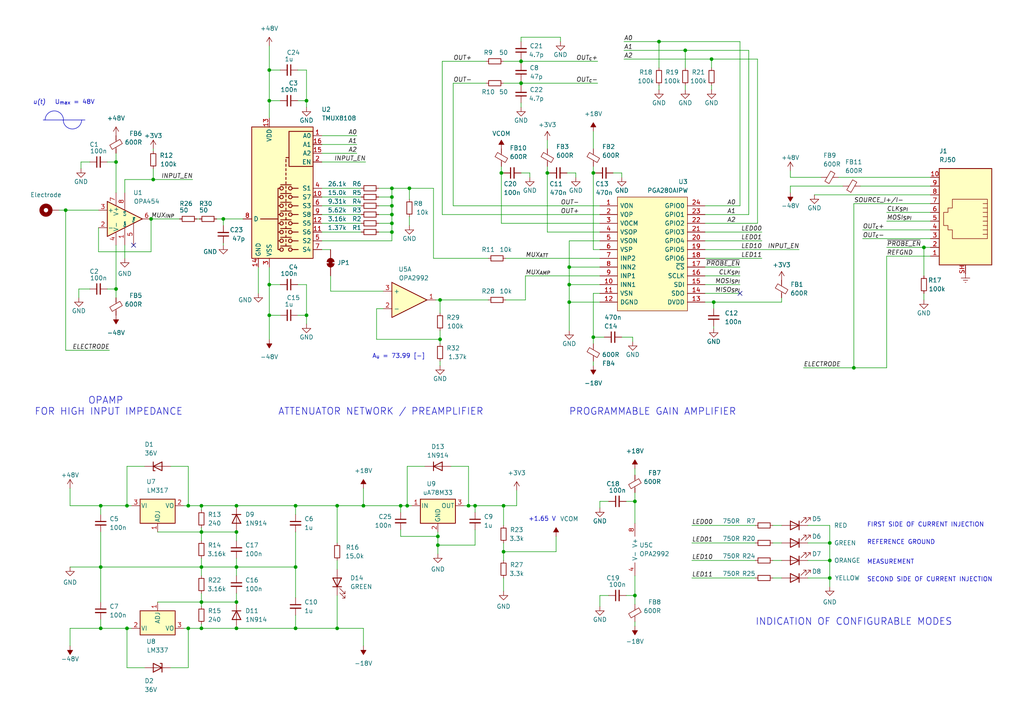
<source format=kicad_sch>
(kicad_sch (version 20230121) (generator eeschema)
  (paper "A4")
  (title_block (title "MEIT - Active probe") (date "2024-04-16") (rev "2.0") (company "Roman Vaněk") (comment 1 "Shematic diagram KiCad 7.0") (comment 2 "Roman Vaněk"))
  (lib_symbols
    (symbol "Device:C_Small" (pin_numbers hide) (pin_names (offset 0.254) hide)
      (property "Reference" "C" (at 0.254 1.778 0))
      (property "Value" "C_Small" (at 0.254 -2.032 0))
      (symbol "C_Small_1_1"
        (pin passive line (at 0 2.54 270) (length 2.032) (name "~") (number "1"))
        (pin passive line (at 0 -2.54 90) (length 2.032) (name "~") (number "2"))
      )
    )
    (symbol "Device:D_Zener" (pin_numbers hide) (pin_names (offset 1.016) hide)
      (property "Reference" "D" (at 0 2.54 0))
      (property "Value" "D_Zener" (at 0 -2.54 0))
      (symbol "D_Zener_1_1"
        (pin passive line (at -3.81 0 0) (length 2.54) (name "K") (number "1"))
        (pin passive line (at 3.81 0 180) (length 2.54) (name "A") (number "2"))
      )
    )
    (symbol "Device:FerriteBead_Small" (pin_numbers hide) (pin_names (offset 0))
      (property "Reference" "FB" (at 1.905 1.27 0))
      (property "Value" "FerriteBead_Small" (at 1.905 -1.27 0))
      (symbol "FerriteBead_Small_1_1"
        (pin passive line (at 0 2.54 270) (length 1.27) (name "~") (number "1"))
        (pin passive line (at 0 -2.54 90) (length 1.27) (name "~") (number "2"))
      )
    )
    (symbol "Device:LED" (pin_numbers hide) (pin_names (offset 1.016) hide)
      (property "Reference" "D" (at 0 2.54 0))
      (property "Value" "LED" (at 0 -2.54 0))
      (symbol "LED_1_1"
        (pin passive line (at -3.81 0 0) (length 2.54) (name "K") (number "1"))
        (pin passive line (at 3.81 0 180) (length 2.54) (name "A") (number "2"))
      )
    )
    (symbol "Device:Opamp_Dual"
      (property "Reference" "U" (at 0 5.08 0))
      (property "Value" "Opamp_Dual" (at 0 -5.08 0))
      (symbol "Opamp_Dual_1_1"
        (pin output line (at 7.62 0 180) (length 2.54) (name "~") (number "1"))
        (pin input line (at -7.62 -2.54 0) (length 2.54) (name "-") (number "2"))
        (pin input line (at -7.62 2.54 0) (length 2.54) (name "+") (number "3"))
      )
      (symbol "Opamp_Dual_2_1"
        (pin input line (at -7.62 2.54 0) (length 2.54) (name "+") (number "5"))
        (pin input line (at -7.62 -2.54 0) (length 2.54) (name "-") (number "6"))
        (pin output line (at 7.62 0 180) (length 2.54) (name "~") (number "7"))
      )
      (symbol "Opamp_Dual_3_1"
        (pin power_in line (at -2.54 -7.62 90) (length 3.81) (name "V-") (number "4"))
        (pin power_in line (at -2.54 7.62 270) (length 3.81) (name "V+") (number "8"))
      )
    )
    (symbol "Device:R_Small" (pin_numbers hide) (pin_names (offset 0.254) hide)
      (property "Reference" "R" (at 0.762 0.508 0))
      (property "Value" "R_Small" (at 0.762 -1.016 0))
      (symbol "R_Small_1_1"
        (pin passive line (at 0 2.54 270) (length 0.762) (name "~") (number "1"))
        (pin passive line (at 0 -2.54 90) (length 0.762) (name "~") (number "2"))
      )
    )
    (symbol "Diode:1N914WT" (pin_numbers hide) (pin_names hide)
      (property "Reference" "D" (at 0 2.54 0))
      (property "Value" "1N914WT" (at 0 -2.54 0))
      (symbol "1N914WT_1_1"
        (pin passive line (at -3.81 0 0) (length 2.54) (name "K") (number "1"))
        (pin passive line (at 3.81 0 180) (length 2.54) (name "A") (number "2"))
      )
    )
    (symbol "Jumper:SolderJumper_2_Bridged" (pin_numbers hide) (pin_names (offset 0) hide)
      (property "Reference" "JP1" (at 0 1.905 90))
      (symbol "SolderJumper_2_Bridged_1_1"
        (pin passive line (at -3.81 0 0) (length 2.54) (name "A") (number "1"))
        (pin passive line (at 3.81 0 180) (length 2.54) (name "B") (number "2"))
      )
    )
    (symbol "Mechanical:MountingHole_Pad" (pin_numbers hide) (pin_names (offset 1.016) hide)
      (property "Reference" "H" (at 0 6.35 0))
      (property "Value" "MountingHole_Pad" (at 0 4.445 0))
      (symbol "MountingHole_Pad_1_1"
        (pin input line (at 0 -2.54 90) (length 2.54) (name "1") (number "1"))
      )
    )
    (symbol "Regulator_Linear:LM317_SOT-223" (pin_names (offset 0.254))
      (property "Reference" "U" (at -3.81 3.175 0))
      (property "Value" "LM317_SOT-223" (at 0 3.175 0))
      (symbol "LM317_SOT-223_1_1"
        (pin input line (at 0 -7.62 90) (length 2.54) (name "ADJ") (number "1"))
        (pin power_out line (at 7.62 0 180) (length 2.54) (name "VO") (number "2"))
        (pin power_in line (at -7.62 0 0) (length 2.54) (name "VI") (number "3"))
      )
    )
    (symbol "Regulator_Linear:LM337_SOT223" (pin_names (offset 0.254))
      (property "Reference" "U" (at -3.81 -3.175 0))
      (property "Value" "LM337_SOT223" (at 0 -3.175 0))
      (symbol "LM337_SOT223_1_1"
        (pin input line (at 0 7.62 270) (length 2.54) (name "ADJ") (number "1"))
        (pin power_in line (at -7.62 0 0) (length 2.54) (name "VI") (number "2"))
        (pin power_out line (at 7.62 0 180) (length 2.54) (name "VO") (number "3"))
      )
    )
    (symbol "Regulator_Linear:uA7808" (pin_names (offset 0.254))
      (property "Reference" "U" (at -3.81 3.175 0))
      (property "Value" "uA7808" (at 0 3.175 0))
      (symbol "uA7808_1_1"
        (pin power_in line (at -7.62 0 0) (length 2.54) (name "IN") (number "1"))
        (pin power_in line (at 0 -7.62 90) (length 2.54) (name "GND") (number "2"))
        (pin power_out line (at 7.62 0 180) (length 2.54) (name "OUT") (number "3"))
      )
    )
    (symbol "SamacSys_Parts:PGA280AIPW" (pin_names (offset 0.762))
      (property "Reference" "IC1" (at 15.24 7.62 0))
      (property "Value" "PGA280AIPW" (at 15.24 5.08 0))
      (symbol "PGA280AIPW_0_0"
        (pin passive line (at 0 0 0) (length 5.08) (name "VON") (number "1"))
        (pin passive line (at 0 -22.86 0) (length 5.08) (name "INN1") (number "10"))
        (pin passive line (at 0 -25.4 0) (length 5.08) (name "VSN") (number "11"))
        (pin passive line (at 0 -27.94 0) (length 5.08) (name "DGND") (number "12"))
        (pin passive line (at 30.48 -27.94 180) (length 5.08) (name "DVDD") (number "13"))
        (pin passive line (at 30.48 -25.4 180) (length 5.08) (name "SDO") (number "14"))
        (pin passive line (at 30.48 -22.86 180) (length 5.08) (name "SDI") (number "15"))
        (pin passive line (at 30.48 -20.32 180) (length 5.08) (name "SCLK") (number "16"))
        (pin passive line (at 30.48 -17.78 180) (length 5.08) (name "~{CS}") (number "17"))
        (pin passive line (at 30.48 -15.24 180) (length 5.08) (name "GPIO6") (number "18"))
        (pin passive line (at 30.48 -12.7 180) (length 5.08) (name "GPIO5") (number "19"))
        (pin passive line (at 0 -2.54 0) (length 5.08) (name "VOP") (number "2"))
        (pin passive line (at 30.48 -10.16 180) (length 5.08) (name "GPIO4") (number "20"))
        (pin passive line (at 30.48 -7.62 180) (length 5.08) (name "GPIO3") (number "21"))
        (pin passive line (at 30.48 -5.08 180) (length 5.08) (name "GPIO2") (number "22"))
        (pin passive line (at 30.48 -2.54 180) (length 5.08) (name "GPIO1") (number "23"))
        (pin passive line (at 30.48 0 180) (length 5.08) (name "GPIO0") (number "24"))
        (pin passive line (at 0 -5.08 0) (length 5.08) (name "VOCM") (number "3"))
        (pin passive line (at 0 -7.62 0) (length 5.08) (name "VSOP") (number "4"))
        (pin passive line (at 0 -10.16 0) (length 5.08) (name "VSON") (number "5"))
        (pin passive line (at 0 -12.7 0) (length 5.08) (name "VSP") (number "6"))
        (pin passive line (at 0 -15.24 0) (length 5.08) (name "INP2") (number "7"))
        (pin passive line (at 0 -17.78 0) (length 5.08) (name "INN2") (number "8"))
        (pin passive line (at 0 -20.32 0) (length 5.08) (name "INP1") (number "9"))
      )
    )
    (symbol "USER_ANALOG:OPA454" (pin_names (offset 0.127))
      (property "Reference" "U" (at 1.27 7.62 0))
      (property "Value" "OPA454" (at 1.27 5.08 0))
      (symbol "OPA454_1_1"
        (pin input line (at 0 -7.62 90) (length 5.08) (name "Com") (number "1"))
        (pin input line (at -7.62 -2.54 0) (length 2.54) (name "-") (number "2"))
        (pin input line (at -7.62 2.54 0) (length 2.54) (name "+") (number "3"))
        (pin power_in line (at -2.54 -7.62 90) (length 3.81) (name "V-") (number "4"))
        (pin input line (at 2.54 -7.62 90) (length 6.35) (name "Flag") (number "5"))
        (pin output line (at 7.62 0 180) (length 2.54) (name "~") (number "6"))
        (pin power_in line (at -2.54 7.62 270) (length 3.81) (name "V+") (number "7"))
        (pin input line (at 0 7.62 270) (length 5.08) (name "E/D") (number "8"))
      )
    )
    (symbol "USER_ANALOG:TMUX8108"
      (property "Reference" "U2" (at -11.43 25.4 0))
      (property "Value" "TMUX8108" (at -10.16 22.86 0))
      (symbol "TMUX8108_0_0"
        (pin power_in line (at 8.255 -20.32 90) (length 2.54) (name "GND") (number "14"))
      )
      (symbol "TMUX8108_1_1"
        (pin input line (at -10.16 17.78 0) (length 2.54) (name "A0") (number "1"))
        (pin bidirectional line (at -10.16 0 0) (length 2.54) (name "S7") (number "10"))
        (pin bidirectional line (at -10.16 -10.16 0) (length 2.54) (name "S6") (number "11"))
        (pin bidirectional line (at -10.16 -7.62 0) (length 2.54) (name "S5") (number "12"))
        (pin power_in line (at 5.08 22.86 270) (length 2.54) (name "VDD") (number "13"))
        (pin input line (at -10.16 12.7 0) (length 2.54) (name "A2") (number "15"))
        (pin input line (at -10.16 15.24 0) (length 2.54) (name "A1") (number "16"))
        (pin input line (at -10.16 10.16 0) (length 2.54) (name "EN") (number "2"))
        (pin power_in line (at 5.08 -20.32 90) (length 2.54) (name "VSS") (number "3"))
        (pin bidirectional line (at -10.16 2.54 0) (length 2.54) (name "S1") (number "4"))
        (pin bidirectional line (at -10.16 -12.7 0) (length 2.54) (name "S2") (number "5"))
        (pin bidirectional line (at -10.16 -2.54 0) (length 2.54) (name "S3") (number "6"))
        (pin bidirectional line (at -10.16 -15.24 0) (length 2.54) (name "S4") (number "7"))
        (pin bidirectional line (at 12.7 -6.35 180) (length 2.54) (name "D") (number "8"))
        (pin bidirectional line (at -10.16 -5.08 0) (length 2.54) (name "S8") (number "9"))
      )
    )
    (symbol "USER_CONN:10P10C_Shielded" (pin_names (offset 1.016))
      (property "Reference" "J" (at -5.08 16.51 0))
      (property "Value" "10P10C_Shielded" (at 2.54 16.51 0))
      (symbol "10P10C_Shielded_1_1"
        (pin passive line (at 10.16 -10.16 180) (length 2.54) (name "~") (number "1"))
        (pin passive line (at 10.16 12.7 180) (length 2.54) (name "~") (number "10"))
        (pin passive line (at 10.16 -7.62 180) (length 2.54) (name "~") (number "2"))
        (pin passive line (at 10.16 -5.08 180) (length 2.54) (name "~") (number "3"))
        (pin passive line (at 10.16 -2.54 180) (length 2.54) (name "~") (number "4"))
        (pin passive line (at 10.16 0 180) (length 2.54) (name "~") (number "5"))
        (pin passive line (at 10.16 2.54 180) (length 2.54) (name "~") (number "6"))
        (pin passive line (at 10.16 5.08 180) (length 2.54) (name "~") (number "7"))
        (pin passive line (at 10.16 7.62 180) (length 2.54) (name "~") (number "8"))
        (pin passive line (at 10.16 10.16 180) (length 2.54) (name "~") (number "9"))
        (pin passive line (at 0 -15.24 90) (length 2.54) (name "~") (number "SH"))
      )
    )
    (symbol "USER_PWR:+18V" (power) (pin_names (offset 0))
      (property "Value" "+18V" (at 0 3.81 0))
      (symbol "+18V_1_0"
        (pin power_in line (at 0 0 90) (length 0) hide (name "+18V") (number "1"))
      )
    )
    (symbol "USER_PWR:-18V" (power) (pin_names (offset 0))
      (property "Value" "-18V" (at 0 3.81 0))
      (symbol "-18V_1_0"
        (pin power_in line (at 0 0 90) (length 0) hide (name "-18V") (number "1"))
      )
    )
    (symbol "power:+3V3" (power) (pin_names (offset 0))
      (property "Value" "+3V3" (at 0 3.556 0))
      (symbol "+3V3_1_1"
        (pin power_in line (at 0 0 90) (length 0) hide (name "+3V3") (number "1"))
      )
    )
    (symbol "power:+48V" (power) (pin_names (offset 0))
      (property "Value" "+48V" (at 0 3.556 0))
      (symbol "+48V_1_1"
        (pin power_in line (at 0 0 90) (length 0) hide (name "+48V") (number "1"))
      )
    )
    (symbol "power:-48V" (power) (pin_names (offset 0))
      (property "Value" "-48V" (at 0 3.81 0))
      (symbol "-48V_0_0"
        (pin power_in line (at 0 0 90) (length 0) hide (name "-48V") (number "1"))
      )
    )
    (symbol "power:Earth" (power) (pin_names (offset 0))
      (symbol "Earth_1_1"
        (pin power_in line (at 0 0 270) (length 0) hide (name "Earth") (number "1"))
      )
    )
    (symbol "power:GND" (power) (pin_names (offset 0))
      (property "Value" "GND" (at 0 -3.81 0))
      (symbol "GND_1_1"
        (pin power_in line (at 0 0 270) (length 0) hide (name "GND") (number "1"))
      )
    )
    (symbol "power:VCOM" (power) (pin_names (offset 0))
      (property "Value" "VCOM" (at 0 3.81 0))
      (symbol "VCOM_1_1"
        (pin power_in line (at 0 0 90) (length 0) hide (name "VCOM") (number "1"))
      )
    )
  )
  (junction (at 88.9 29.21))
  (junction (at 58.42 182.245))
  (junction (at 191.135 12.065))
  (junction (at 172.085 50.165))
  (junction (at 184.15 172.72))
  (junction (at 29.21 146.685))
  (junction (at 29.21 182.245))
  (junction (at 267.97 71.755))
  (junction (at 33.655 83.82))
  (junction (at 127.635 86.995))
  (junction (at 240.665 162.56))
  (junction (at 78.105 20.32))
  (junction (at 240.665 167.64))
  (junction (at 116.205 146.685))
  (junction (at 113.665 64.77))
  (junction (at 206.375 17.145))
  (junction (at 113.665 57.15))
  (junction (at 58.42 146.685))
  (junction (at 198.755 14.605))
  (junction (at 145.415 50.165))
  (junction (at 113.665 67.31))
  (junction (at 105.41 146.685))
  (junction (at 165.1 77.47))
  (junction (at 68.58 154.305))
  (junction (at 33.655 46.99))
  (junction (at 127 155.575))
  (junction (at 240.665 157.48))
  (junction (at 172.085 97.79))
  (junction (at 85.725 182.245))
  (junction (at 36.83 146.685))
  (junction (at 44.45 52.07))
  (junction (at 78.105 29.21))
  (junction (at 207.01 87.63))
  (junction (at 68.58 164.465))
  (junction (at 165.1 87.63))
  (junction (at 113.665 59.69))
  (junction (at 184.15 145.415))
  (junction (at 36.83 182.245))
  (junction (at 151.13 17.78))
  (junction (at 97.79 146.685))
  (junction (at 19.05 60.96))
  (junction (at 247.65 106.68))
  (junction (at 58.42 154.305))
  (junction (at 54.61 182.245))
  (junction (at 146.05 160.02))
  (junction (at 58.42 164.465))
  (junction (at 113.665 62.23))
  (junction (at 127.635 98.425))
  (junction (at 118.745 54.61))
  (junction (at 29.21 164.465))
  (junction (at 68.58 174.625))
  (junction (at 118.11 146.685))
  (junction (at 158.75 50.165))
  (junction (at 64.77 63.5))
  (junction (at 85.725 164.465))
  (junction (at 127 158.115))
  (junction (at 78.105 82.55))
  (junction (at 54.61 146.685))
  (junction (at 135.89 146.685))
  (junction (at 97.79 182.245))
  (junction (at 85.725 146.685))
  (junction (at 146.05 146.685))
  (junction (at 78.105 91.44))
  (junction (at 137.795 146.685))
  (junction (at 68.58 182.245))
  (junction (at 151.13 24.13))
  (junction (at 88.9 91.44))
  (junction (at 68.58 146.685))
  (junction (at 58.42 174.625))
  (junction (at 165.1 82.55))
  (junction (at 43.815 63.5))
  (junction (at 113.665 54.61))
  (no_connect (at 214.63 85.09))
  (no_connect (at 38.735 71.12))
  (wire (pts (xy 234.315 162.56) (xy 240.665 162.56)))
  (wire (pts (xy 146.05 160.02) (xy 161.29 160.02)))
  (wire (pts (xy 53.34 146.685) (xy 54.61 146.685)))
  (wire (pts (xy 180.34 51.435) (xy 180.34 50.165)))
  (wire (pts (xy 78.105 29.21) (xy 78.105 34.29)))
  (wire (pts (xy 44.45 48.895) (xy 44.45 52.07)))
  (wire (pts (xy 118.745 65.405) (xy 118.745 62.865)))
  (wire (pts (xy 181.61 172.72) (xy 184.15 172.72)))
  (wire (pts (xy 127.635 106.045) (xy 127.635 104.775)))
  (wire (pts (xy 145.415 48.26) (xy 145.415 50.165)))
  (wire (pts (xy 86.36 29.21) (xy 88.9 29.21)))
  (wire (pts (xy 88.9 29.21) (xy 88.9 31.115)))
  (wire (pts (xy 176.53 172.72) (xy 173.99 172.72)))
  (wire (pts (xy 207.01 89.535) (xy 207.01 87.63)))
  (wire (pts (xy 95.885 84.455) (xy 111.125 84.455)))
  (wire (pts (xy 116.205 155.575) (xy 116.205 153.67)))
  (wire (pts (xy 224.155 157.48) (xy 226.695 157.48)))
  (wire (pts (xy 33.655 44.45) (xy 33.655 46.99)))
  (wire (pts (xy 146.05 160.02) (xy 146.05 157.48)))
  (wire (pts (xy 206.375 26.035) (xy 206.375 24.765)))
  (wire (pts (xy 41.91 193.675) (xy 36.83 193.675)))
  (wire (pts (xy 113.665 57.15) (xy 113.665 59.69)))
  (wire (pts (xy 184.15 180.34) (xy 184.15 181.61)))
  (wire (pts (xy 267.97 85.09) (xy 267.97 86.995)))
  (wire (pts (xy 226.695 152.4) (xy 224.155 152.4)))
  (wire (pts (xy 131.445 59.69) (xy 173.99 59.69)))
  (wire (pts (xy 158.75 50.165) (xy 159.385 50.165)))
  (wire (pts (xy 85.725 146.685) (xy 97.79 146.685)))
  (wire (pts (xy 68.58 164.465) (xy 68.58 167.005)))
  (wire (pts (xy 64.77 71.12) (xy 64.77 70.485)))
  (wire (pts (xy 204.47 59.69) (xy 214.63 59.69)))
  (wire (pts (xy 134.62 146.685) (xy 135.89 146.685)))
  (wire (pts (xy 113.665 62.23) (xy 113.665 64.77)))
  (wire (pts (xy 29.21 146.685) (xy 36.83 146.685)))
  (wire (pts (xy 58.42 164.465) (xy 68.58 164.465)))
  (wire (pts (xy 109.22 98.425) (xy 127.635 98.425)))
  (wire (pts (xy 95.885 72.39) (xy 93.345 72.39)))
  (wire (pts (xy 36.83 182.245) (xy 38.1 182.245)))
  (wire (pts (xy 181.61 145.415) (xy 184.15 145.415)))
  (wire (pts (xy 224.155 167.64) (xy 226.695 167.64)))
  (wire (pts (xy 240.665 167.64) (xy 240.665 170.18)))
  (wire (pts (xy 173.99 145.415) (xy 173.99 147.32)))
  (wire (pts (xy 31.75 101.6) (xy 19.05 101.6)))
  (wire (pts (xy 234.315 167.64) (xy 240.665 167.64)))
  (wire (pts (xy 62.865 63.5) (xy 64.77 63.5)))
  (wire (pts (xy 119.38 146.685) (xy 118.11 146.685)))
  (wire (pts (xy 191.135 12.065) (xy 191.135 19.685)))
  (wire (pts (xy 165.1 77.47) (xy 173.99 77.47)))
  (wire (pts (xy 146.05 17.78) (xy 151.13 17.78)))
  (wire (pts (xy 172.085 106.045) (xy 172.085 104.775)))
  (wire (pts (xy 145.415 50.165) (xy 145.415 64.77)))
  (wire (pts (xy 54.61 182.245) (xy 58.42 182.245)))
  (wire (pts (xy 104.775 62.23) (xy 93.345 62.23)))
  (wire (pts (xy 167.005 51.435) (xy 167.005 50.165)))
  (wire (pts (xy 127 155.575) (xy 116.205 155.575)))
  (wire (pts (xy 247.65 106.68) (xy 233.045 106.68)))
  (wire (pts (xy 20.32 182.245) (xy 20.32 187.325)))
  (wire (pts (xy 17.145 60.96) (xy 19.05 60.96)))
  (wire (pts (xy 240.665 152.4) (xy 240.665 157.48)))
  (wire (pts (xy 198.755 14.605) (xy 217.17 14.605)))
  (wire (pts (xy 198.755 26.035) (xy 198.755 24.765)))
  (wire (pts (xy 200.66 162.56) (xy 219.075 162.56)))
  (wire (pts (xy 104.775 57.15) (xy 93.345 57.15)))
  (wire (pts (xy 158.75 48.26) (xy 158.75 50.165)))
  (wire (pts (xy 113.665 67.31) (xy 113.665 69.85)))
  (wire (pts (xy 214.63 59.69) (xy 214.63 12.065)))
  (wire (pts (xy 158.75 67.31) (xy 173.99 67.31)))
  (wire (pts (xy 145.415 50.165) (xy 146.05 50.165)))
  (wire (pts (xy 19.05 60.96) (xy 19.05 101.6)))
  (wire (pts (xy 151.13 10.795) (xy 151.13 12.065)))
  (wire (pts (xy 207.01 94.615) (xy 207.01 95.25)))
  (wire (pts (xy 68.58 161.925) (xy 68.58 164.465)))
  (wire (pts (xy 85.725 164.465) (xy 85.725 173.355)))
  (wire (pts (xy 29.21 154.305) (xy 29.21 164.465)))
  (wire (pts (xy 28.575 73.025) (xy 43.815 73.025)))
  (wire (pts (xy 78.105 82.55) (xy 78.105 91.44)))
  (wire (pts (xy 236.22 56.515) (xy 269.875 56.515)))
  (wire (pts (xy 105.41 146.685) (xy 105.41 141.605)))
  (wire (pts (xy 36.195 52.07) (xy 36.195 55.88)))
  (wire (pts (xy 127 155.575) (xy 127 158.115)))
  (wire (pts (xy 204.47 64.77) (xy 219.71 64.77)))
  (wire (pts (xy 206.375 17.145) (xy 219.71 17.145)))
  (wire (pts (xy 78.105 20.32) (xy 81.28 20.32)))
  (wire (pts (xy 165.1 69.85) (xy 173.99 69.85)))
  (wire (pts (xy 177.8 50.165) (xy 180.34 50.165)))
  (wire (pts (xy 229.235 53.975) (xy 244.475 53.975)))
  (wire (pts (xy 20.32 146.685) (xy 20.32 141.605)))
  (wire (pts (xy 54.61 146.685) (xy 54.61 135.255)))
  (wire (pts (xy 249.555 53.975) (xy 269.875 53.975)))
  (wire (pts (xy 180.34 97.79) (xy 183.515 97.79)))
  (wire (pts (xy 116.205 146.685) (xy 116.205 148.59)))
  (wire (pts (xy 20.32 164.465) (xy 29.21 164.465)))
  (wire (pts (xy 86.36 91.44) (xy 88.9 91.44)))
  (wire (pts (xy 86.36 20.32) (xy 88.9 20.32)))
  (wire (pts (xy 31.115 46.99) (xy 33.655 46.99)))
  (wire (pts (xy 45.72 154.305) (xy 58.42 154.305)))
  (wire (pts (xy 85.725 154.305) (xy 85.725 164.465)))
  (wire (pts (xy 127 154.305) (xy 127 155.575)))
  (wire (pts (xy 54.61 146.685) (xy 58.42 146.685)))
  (wire (pts (xy 33.655 46.99) (xy 33.655 55.88)))
  (wire (pts (xy 58.42 154.305) (xy 58.42 153.035)))
  (wire (pts (xy 113.665 62.23) (xy 109.855 62.23)))
  (wire (pts (xy 105.41 146.685) (xy 116.205 146.685)))
  (wire (pts (xy 85.725 146.685) (xy 85.725 149.225)))
  (wire (pts (xy 131.445 59.69) (xy 131.445 24.13)))
  (wire (pts (xy 43.815 63.5) (xy 52.07 63.5)))
  (wire (pts (xy 29.21 182.245) (xy 29.21 179.705)))
  (wire (pts (xy 78.105 20.32) (xy 78.105 29.21)))
  (wire (pts (xy 269.875 61.595) (xy 257.175 61.595)))
  (wire (pts (xy 22.86 83.82) (xy 22.86 86.36)))
  (wire (pts (xy 146.685 74.93) (xy 173.99 74.93)))
  (wire (pts (xy 113.665 64.77) (xy 113.665 67.31)))
  (wire (pts (xy 36.195 52.07) (xy 44.45 52.07)))
  (wire (pts (xy 33.655 71.12) (xy 33.655 83.82)))
  (wire (pts (xy 127.635 86.995) (xy 127.635 90.805)))
  (wire (pts (xy 146.05 146.685) (xy 146.05 152.4)))
  (wire (pts (xy 78.105 91.44) (xy 81.28 91.44)))
  (wire (pts (xy 184.15 145.415) (xy 184.15 151.765)))
  (wire (pts (xy 250.19 69.215) (xy 269.875 69.215)))
  (wire (pts (xy 184.15 135.89) (xy 184.15 137.795)))
  (wire (pts (xy 172.085 50.165) (xy 172.72 50.165)))
  (wire (pts (xy 269.875 71.755) (xy 267.97 71.755)))
  (wire (pts (xy 113.665 64.77) (xy 109.855 64.77)))
  (wire (pts (xy 123.19 135.255) (xy 118.11 135.255)))
  (wire (pts (xy 97.79 146.685) (xy 97.79 157.48)))
  (wire (pts (xy 68.58 146.685) (xy 85.725 146.685)))
  (wire (pts (xy 19.05 60.96) (xy 28.575 60.96)))
  (wire (pts (xy 93.345 39.37) (xy 103.505 39.37)))
  (wire (pts (xy 145.415 64.77) (xy 173.99 64.77)))
  (wire (pts (xy 29.21 146.685) (xy 29.21 149.225)))
  (wire (pts (xy 165.1 87.63) (xy 165.1 82.55)))
  (wire (pts (xy 26.035 83.82) (xy 22.86 83.82)))
  (wire (pts (xy 165.1 82.55) (xy 173.99 82.55)))
  (wire (pts (xy 128.27 17.78) (xy 140.97 17.78)))
  (wire (pts (xy 118.11 135.255) (xy 118.11 146.685)))
  (wire (pts (xy 68.58 154.305) (xy 68.58 156.845)))
  (wire (pts (xy 29.21 146.685) (xy 20.32 146.685)))
  (wire (pts (xy 257.175 71.755) (xy 267.97 71.755)))
  (wire (pts (xy 36.83 193.675) (xy 36.83 182.245)))
  (wire (pts (xy 113.665 59.69) (xy 113.665 62.23)))
  (wire (pts (xy 113.665 57.15) (xy 109.855 57.15)))
  (wire (pts (xy 200.66 152.4) (xy 219.075 152.4)))
  (wire (pts (xy 176.53 145.415) (xy 173.99 145.415)))
  (wire (pts (xy 127 158.115) (xy 127 160.655)))
  (wire (pts (xy 68.58 174.625) (xy 58.42 174.625)))
  (wire (pts (xy 26.035 46.99) (xy 23.495 46.99)))
  (wire (pts (xy 128.27 62.23) (xy 173.99 62.23)))
  (wire (pts (xy 58.42 164.465) (xy 58.42 167.005)))
  (wire (pts (xy 57.15 63.5) (xy 57.785 63.5)))
  (wire (pts (xy 74.93 77.47) (xy 74.93 85.09)))
  (wire (pts (xy 226.695 86.36) (xy 226.695 87.63)))
  (wire (pts (xy 184.15 167.005) (xy 184.15 172.72)))
  (wire (pts (xy 127.635 98.425) (xy 127.635 99.695)))
  (wire (pts (xy 36.195 71.12) (xy 36.195 74.93)))
  (wire (pts (xy 162.56 12.065) (xy 162.56 10.795)))
  (wire (pts (xy 88.9 20.32) (xy 88.9 29.21)))
  (wire (pts (xy 45.72 174.625) (xy 58.42 174.625)))
  (wire (pts (xy 158.75 40.64) (xy 158.75 43.18)))
  (wire (pts (xy 151.13 24.13) (xy 146.05 24.13)))
  (wire (pts (xy 191.135 26.035) (xy 191.135 24.765)))
  (wire (pts (xy 29.21 182.245) (xy 36.83 182.245)))
  (wire (pts (xy 151.13 17.78) (xy 173.355 17.78)))
  (wire (pts (xy 164.465 50.165) (xy 167.005 50.165)))
  (wire (pts (xy 207.01 87.63) (xy 226.695 87.63)))
  (wire (pts (xy 204.47 74.93) (xy 220.98 74.93)))
  (wire (pts (xy 135.89 135.255) (xy 130.81 135.255)))
  (wire (pts (xy 180.975 14.605) (xy 198.755 14.605)))
  (wire (pts (xy 104.775 67.31) (xy 93.345 67.31)))
  (wire (pts (xy 172.085 99.695) (xy 172.085 97.79)))
  (wire (pts (xy 146.685 86.995) (xy 152.4 86.995)))
  (wire (pts (xy 125.73 74.93) (xy 141.605 74.93)))
  (wire (pts (xy 54.61 182.245) (xy 54.61 193.675)))
  (wire (pts (xy 267.97 71.755) (xy 267.97 80.01)))
  (wire (pts (xy 78.105 13.335) (xy 78.105 20.32)))
  (wire (pts (xy 68.58 154.305) (xy 58.42 154.305)))
  (wire (pts (xy 104.775 54.61) (xy 93.345 54.61)))
  (wire (pts (xy 151.13 50.165) (xy 153.67 50.165)))
  (wire (pts (xy 257.175 106.68) (xy 247.65 106.68)))
  (wire (pts (xy 128.27 62.23) (xy 128.27 17.78)))
  (wire (pts (xy 86.36 82.55) (xy 88.9 82.55)))
  (wire (pts (xy 151.13 17.145) (xy 151.13 17.78)))
  (wire (pts (xy 204.47 85.09) (xy 214.63 85.09)))
  (wire (pts (xy 58.42 182.245) (xy 58.42 180.975)))
  (wire (pts (xy 172.085 72.39) (xy 173.99 72.39)))
  (wire (pts (xy 162.56 10.795) (xy 151.13 10.795)))
  (wire (pts (xy 172.085 38.1) (xy 172.085 43.18)))
  (wire (pts (xy 88.9 91.44) (xy 88.9 93.98)))
  (wire (pts (xy 64.77 65.405) (xy 64.77 63.5)))
  (wire (pts (xy 250.19 66.675) (xy 269.875 66.675)))
  (wire (pts (xy 78.105 91.44) (xy 78.105 98.425)))
  (wire (pts (xy 118.11 146.685) (xy 116.205 146.685)))
  (wire (pts (xy 269.875 64.135) (xy 257.175 64.135)))
  (wire (pts (xy 88.9 82.55) (xy 88.9 91.44)))
  (wire (pts (xy 105.41 182.245) (xy 105.41 187.325)))
  (wire (pts (xy 206.375 17.145) (xy 206.375 19.685)))
  (wire (pts (xy 85.725 182.245) (xy 85.725 178.435)))
  (wire (pts (xy 137.795 146.685) (xy 137.795 148.59)))
  (wire (pts (xy 172.085 85.09) (xy 173.99 85.09)))
  (wire (pts (xy 173.99 172.72) (xy 173.99 175.895)))
  (wire (pts (xy 44.45 43.18) (xy 44.45 43.815)))
  (wire (pts (xy 234.315 157.48) (xy 240.665 157.48)))
  (wire (pts (xy 113.665 69.85) (xy 93.345 69.85)))
  (wire (pts (xy 44.45 52.07) (xy 55.88 52.07)))
  (wire (pts (xy 58.42 146.685) (xy 58.42 147.955)))
  (wire (pts (xy 204.47 67.31) (xy 220.98 67.31)))
  (wire (pts (xy 113.665 54.61) (xy 109.855 54.61)))
  (wire (pts (xy 200.66 157.48) (xy 219.075 157.48)))
  (wire (pts (xy 127.635 95.885) (xy 127.635 98.425)))
  (wire (pts (xy 118.745 54.61) (xy 125.73 54.61)))
  (wire (pts (xy 113.665 54.61) (xy 113.665 57.15)))
  (wire (pts (xy 54.61 193.675) (xy 49.53 193.675)))
  (wire (pts (xy 151.13 17.78) (xy 151.13 18.415)))
  (wire (pts (xy 126.365 86.995) (xy 127.635 86.995)))
  (wire (pts (xy 104.775 64.77) (xy 93.345 64.77)))
  (wire (pts (xy 93.345 41.91) (xy 103.505 41.91)))
  (wire (pts (xy 97.79 162.56) (xy 97.79 165.1)))
  (wire (pts (xy 54.61 135.255) (xy 49.53 135.255)))
  (wire (pts (xy 97.79 182.245) (xy 105.41 182.245)))
  (wire (pts (xy 33.655 83.82) (xy 33.655 86.36)))
  (wire (pts (xy 175.26 97.79) (xy 172.085 97.79)))
  (wire (pts (xy 68.58 164.465) (xy 85.725 164.465)))
  (wire (pts (xy 31.115 83.82) (xy 33.655 83.82)))
  (wire (pts (xy 53.34 182.245) (xy 54.61 182.245)))
  (wire (pts (xy 93.345 44.45) (xy 103.505 44.45)))
  (wire (pts (xy 165.1 87.63) (xy 165.1 95.885)))
  (wire (pts (xy 240.665 162.56) (xy 240.665 167.64)))
  (wire (pts (xy 226.695 162.56) (xy 224.155 162.56)))
  (wire (pts (xy 204.47 87.63) (xy 207.01 87.63)))
  (wire (pts (xy 204.47 72.39) (xy 231.775 72.39)))
  (wire (pts (xy 109.22 89.535) (xy 111.125 89.535)))
  (wire (pts (xy 152.4 86.995) (xy 152.4 80.01)))
  (wire (pts (xy 184.15 172.72) (xy 184.15 175.26)))
  (wire (pts (xy 257.175 74.295) (xy 257.175 106.68)))
  (wire (pts (xy 234.315 152.4) (xy 240.665 152.4)))
  (wire (pts (xy 151.13 24.765) (xy 151.13 24.13)))
  (wire (pts (xy 240.665 157.48) (xy 240.665 162.56)))
  (wire (pts (xy 127 158.115) (xy 137.795 158.115)))
  (wire (pts (xy 58.42 174.625) (xy 58.42 175.895)))
  (wire (pts (xy 58.42 174.625) (xy 58.42 172.085)))
  (wire (pts (xy 106.045 46.99) (xy 93.345 46.99)))
  (wire (pts (xy 104.775 59.69) (xy 93.345 59.69)))
  (wire (pts (xy 97.79 172.72) (xy 97.79 182.245)))
  (wire (pts (xy 113.665 54.61) (xy 118.745 54.61)))
  (wire (pts (xy 58.42 161.925) (xy 58.42 164.465)))
  (wire (pts (xy 198.755 14.605) (xy 198.755 19.685)))
  (wire (pts (xy 219.71 17.145) (xy 219.71 64.77)))
  (wire (pts (xy 137.795 158.115) (xy 137.795 153.67)))
  (wire (pts (xy 137.795 146.685) (xy 146.05 146.685)))
  (wire (pts (xy 180.975 17.145) (xy 206.375 17.145)))
  (wire (pts (xy 204.47 80.01) (xy 214.63 80.01)))
  (wire (pts (xy 36.83 146.685) (xy 38.1 146.685)))
  (wire (pts (xy 29.21 182.245) (xy 20.32 182.245)))
  (wire (pts (xy 180.975 12.065) (xy 191.135 12.065)))
  (wire (pts (xy 118.745 54.61) (xy 118.745 57.785)))
  (wire (pts (xy 183.515 99.06) (xy 183.515 97.79)))
  (wire (pts (xy 204.47 69.85) (xy 220.98 69.85)))
  (wire (pts (xy 113.665 59.69) (xy 109.855 59.69)))
  (wire (pts (xy 200.66 167.64) (xy 219.075 167.64)))
  (wire (pts (xy 125.73 54.61) (xy 125.73 74.93)))
  (wire (pts (xy 97.79 146.685) (xy 105.41 146.685)))
  (wire (pts (xy 153.67 51.435) (xy 153.67 50.165)))
  (wire (pts (xy 165.1 69.85) (xy 165.1 77.47)))
  (wire (pts (xy 109.22 98.425) (xy 109.22 89.535)))
  (wire (pts (xy 165.1 87.63) (xy 173.99 87.63)))
  (wire (pts (xy 131.445 24.13) (xy 140.97 24.13)))
  (wire (pts (xy 243.205 51.435) (xy 269.875 51.435)))
  (wire (pts (xy 149.86 142.24) (xy 149.86 146.685)))
  (wire (pts (xy 247.65 59.055) (xy 247.65 106.68)))
  (wire (pts (xy 95.885 80.01) (xy 95.885 84.455)))
  (wire (pts (xy 172.085 97.79) (xy 172.085 85.09)))
  (wire (pts (xy 41.91 135.255) (xy 36.83 135.255)))
  (wire (pts (xy 68.58 172.085) (xy 68.58 174.625)))
  (wire (pts (xy 165.1 77.47) (xy 165.1 82.55)))
  (wire (pts (xy 58.42 146.685) (xy 68.58 146.685)))
  (wire (pts (xy 152.4 80.01) (xy 173.99 80.01)))
  (wire (pts (xy 146.05 167.64) (xy 146.05 171.45)))
  (wire (pts (xy 36.83 135.255) (xy 36.83 146.685)))
  (wire (pts (xy 151.13 24.13) (xy 173.355 24.13)))
  (wire (pts (xy 135.89 146.685) (xy 137.795 146.685)))
  (wire (pts (xy 172.085 48.26) (xy 172.085 50.165)))
  (wire (pts (xy 146.05 160.02) (xy 146.05 162.56)))
  (wire (pts (xy 204.47 82.55) (xy 214.63 82.55)))
  (wire (pts (xy 229.235 49.53) (xy 229.235 51.435)))
  (wire (pts (xy 247.65 59.055) (xy 269.875 59.055)))
  (wire (pts (xy 158.75 50.165) (xy 158.75 67.31)))
  (wire (pts (xy 257.175 74.295) (xy 269.875 74.295)))
  (wire (pts (xy 58.42 182.245) (xy 68.58 182.245)))
  (wire (pts (xy 135.89 146.685) (xy 135.89 135.255)))
  (wire (pts (xy 127.635 86.995) (xy 141.605 86.995)))
  (wire (pts (xy 29.21 164.465) (xy 29.21 174.625)))
  (wire (pts (xy 161.29 155.575) (xy 161.29 160.02)))
  (wire (pts (xy 43.815 73.025) (xy 43.815 63.5)))
  (wire (pts (xy 204.47 62.23) (xy 217.17 62.23)))
  (wire (pts (xy 184.15 142.875) (xy 184.15 145.415)))
  (wire (pts (xy 58.42 154.305) (xy 58.42 156.845)))
  (wire (pts (xy 64.77 63.5) (xy 70.485 63.5)))
  (wire (pts (xy 68.58 182.245) (xy 85.725 182.245)))
  (wire (pts (xy 81.28 29.21) (xy 78.105 29.21)))
  (wire (pts (xy 229.235 51.435) (xy 238.125 51.435)))
  (wire (pts (xy 149.86 146.685) (xy 146.05 146.685)))
  (wire (pts (xy 81.28 82.55) (xy 78.105 82.55)))
  (wire (pts (xy 78.105 77.47) (xy 78.105 82.55)))
  (wire (pts (xy 29.21 164.465) (xy 58.42 164.465)))
  (wire (pts (xy 85.725 182.245) (xy 97.79 182.245)))
  (wire (pts (xy 28.575 66.04) (xy 28.575 73.025)))
  (wire (pts (xy 23.495 46.99) (xy 23.495 48.895)))
  (wire (pts (xy 191.135 12.065) (xy 214.63 12.065)))
  (wire (pts (xy 151.13 31.115) (xy 151.13 29.845)))
  (wire (pts (xy 229.235 53.975) (xy 229.235 55.88)))
  (wire (pts (xy 204.47 77.47) (xy 214.63 77.47)))
  (wire (pts (xy 172.085 50.165) (xy 172.085 72.39)))
  (wire (pts (xy 217.17 62.23) (xy 217.17 14.605)))
  (wire (pts (xy 113.665 67.31) (xy 109.855 67.31)))
  (wire (pts (xy 151.13 24.13) (xy 151.13 23.495)))
  (rectangle (start 12.5222 34.798) (end 24.6634 34.798))
  (arc (start 23.6728 34.8234) (mid 21.0058 37.4054) (end 18.3388 34.8234))
  (arc (start 13.081 34.798) (mid 15.748 32.1707) (end 18.415 34.798))
  (text "A_{u} = 73.99 [-] " (at 107.95 104.14 0) (effects (font (size 1.27 1.27)) (justify left bottom)))
  (text "FIRST SIDE OF CURRENT INJECTION" (at 251.46 153.035 0) (effects (font (size 1.27 1.27)) (justify left bottom)))
  (text "U_{max} = 48V" (at 15.875 30.48 0) (effects (font (size 1.27 1.27)) (justify left bottom)))
  (text "+1.65 V" (at 161.29 151.384 0) (effects (font (size 1.27 1.27)) (justify right bottom)))
  (text "		OPAMP\nFOR HIGH INPUT IMPEDANCE" (at 10 120.675 0) (effects (font (size 2 2)) (justify left bottom)))
  (text "MEASUREMENT" (at 251.46 163.83 0) (effects (font (size 1.27 1.27)) (justify left bottom)))
  (text "REFERENCE GROUND" (at 251.46 158.115 0) (effects (font (size 1.27 1.27)) (justify left bottom)))
  (text "INDICATION OF CONFIGURABLE MODES" (at 219.075 181.61 0) (effects (font (size 2 2)) (justify left bottom)))
  (text "ATTENUATOR NETWORK / PREAMPLIFIER" (at 80.645 120.65 0) (effects (font (size 2 2)) (justify left bottom)))
  (text "SECOND SIDE OF CURRENT INJECTION" (at 251.46 168.91 0) (effects (font (size 1.27 1.27)) (justify left bottom)))
  (text "PROGRAMMABLE GAIN AMPLIFIER\n" (at 165 120.675 0) (effects (font (size 2 2)) (justify left bottom)))
  (text "u(t)" (at 9.525 30.48 0) (effects (font (size 1.27 1.27) italic) (justify left bottom)))
  (label "A2" (at 103.505 44.45 180) (effects (font italic)))
  (label "~{PROBE_EN}" (at 214.63 77.47 180) (effects (font italic)))
  (label "INPUT_EN" (at 106.045 46.99 180) (effects (font italic)))
  (label "MOSI_{SPI}" (at 214.63 82.55 180) (effects (font italic)))
  (label "OUT_{c}-" (at 250.19 69.215 0) (effects (font italic)))
  (label "LED10" (at 220.98 72.39 180) (effects (font italic)))
  (label "A0" (at 180.975 12.065 0) (effects (font italic)))
  (label "REFGND" (at 257.175 74.295 0) (effects (font italic)))
  (label "LED01" (at 220.98 69.85 180) (effects (font italic)))
  (label "OUT_{c}-" (at 173.355 24.13 180) (effects (font italic)))
  (label "~{PROBE_EN}" (at 257.175 71.755 0) (effects (font italic)))
  (label "LED01" (at 200.66 157.48 0) (effects (font italic)))
  (label "LED00" (at 200.66 152.4 0) (effects (font italic)))
  (label "MOSI_{SPI}" (at 257.175 64.135 0) (effects (font italic)))
  (label "A0" (at 103.505 39.37 180) (effects (font italic)))
  (label "A1" (at 213.36 62.23 180) (effects (font italic)))
  (label "CLK_{SPI}" (at 257.175 61.595 0) (effects (font italic)))
  (label "LED00" (at 220.98 67.31 180) (effects (font italic)))
  (label "MUX_{INP}" (at 43.815 63.5 0) (effects (font italic)))
  (label "LED11" (at 220.98 74.93 180) (effects (font italic)))
  (label "A1" (at 180.975 14.605 0) (effects (font italic)))
  (label "LED10" (at 200.66 162.56 0) (effects (font italic)))
  (label "OUT_{c}+" (at 250.19 66.675 0) (effects (font italic)))
  (label "SOURCE_I+{slash}I-" (at 247.65 59.055 0) (effects (font italic)))
  (label "MUX_{AMP}" (at 152.4 80.01 0) (effects (font italic)))
  (label "INPUT_EN" (at 55.88 52.07 180) (effects (font italic)))
  (label "A2" (at 213.36 64.77 180) (effects (font italic)))
  (label "OUT-" (at 162.56 59.69 0) (effects (font italic)))
  (label "MISO_{SPI}" (at 214.63 85.09 180) (effects (font italic)))
  (label "CLK_{SPI}" (at 214.63 80.01 180) (effects (font italic)))
  (label "A0" (at 213.36 59.69 180) (effects (font italic)))
  (label "A2" (at 180.975 17.145 0) (effects (font italic)))
  (label "OUT_{c}+" (at 173.355 17.78 180) (effects (font italic)))
  (label "OUT+" (at 131.445 17.78 0) (effects (font italic)))
  (label "MUX_{ATT}" (at 152.4 74.93 0) (effects (font italic)))
  (label "ELECTRODE" (at 233.045 106.68 0) (effects (font italic)))
  (label "OUT-" (at 131.445 24.13 0) (effects (font italic)))
  (label "LED11" (at 200.66 167.64 0) (effects (font italic)))
  (label "ELECTRODE" (at 31.75 101.6 180) (effects (font italic)))
  (label "OUT+" (at 162.56 62.23 0) (effects (font italic)))
  (label "A1" (at 103.505 41.91 180) (effects (font italic)))
  (label "INPUT_EN" (at 231.775 72.39 180) (effects (font italic)))
  (symbol (lib_id "Device:C_Small") (at 68.58 169.545 0) (unit 1)
    (property "Reference" "C16" (at 71.12 168.275 0) (effects (justify left)))
    (property "Value" "100n" (at 71.12 170.815 0) (effects (justify left)))
    (property "Footprint" "Capacitor_SMD:C_0805_2012Metric_Pad1.18x1.45mm_HandSolder" (effects hide))
    (property "Datasheet" "https://octopart.com/cl21b104kcfnnne-samsung-24958153" (effects hide))
    (property "Part Number" "100n" (effects hide))
    (property "MPN" "CL21B104KCFNNNE" (effects hide))
  )
  (symbol (lib_id "Device:R_Small") (at 143.51 17.78 270) (unit 1)
    (property "Reference" "R9" (at 141.605 15.24 90))
    (property "Value" "50" (at 146.05 15.24 90))
    (property "Footprint" "Resistor_SMD:R_0805_2012Metric_Pad1.20x1.40mm_HandSolder" (effects hide))
    (property "Datasheet" "https://octopart.com/crcw080547r0fkea-vishay-40011420" (effects hide))
    (property "Part Number" "100k" (effects hide))
    (property "MPN" "CRCW080547R0FKEA" (effects hide))
  )
  (symbol (lib_id "Device:C_Small") (at 29.21 151.765 0) (unit 1)
    (property "Reference" "C5" (at 31.75 150.495 0) (effects (justify left)))
    (property "Value" "100n" (at 31.75 153.035 0) (effects (justify left)))
    (property "Footprint" "Capacitor_SMD:C_0805_2012Metric_Pad1.18x1.45mm_HandSolder" (effects hide))
    (property "Datasheet" "https://octopart.com/cl21b104kcfnnne-samsung-24958153" (effects hide))
    (property "Part Number" "100n" (effects hide))
    (property "MPN" "CL21B104KCFNNNE" (effects hide))
  )
  (symbol (lib_id "Device:C_Small") (at 28.575 83.82 90) (unit 1)
    (property "Reference" "C2" (at 27.305 78.74 90))
    (property "Value" "100n" (at 28.575 80.645 90))
    (property "Footprint" "Capacitor_SMD:C_0805_2012Metric_Pad1.18x1.45mm_HandSolder" (effects hide))
    (property "Datasheet" "https://octopart.com/cl21b104kcfnnne-samsung-24958153" (effects hide))
    (property "Part Number" "100n" (effects hide))
    (property "MPN" "CL21B104KCFNNNE" (effects hide))
  )
  (symbol (lib_id "USER_ANALOG:OPA454") (at 36.195 63.5 0) (unit 1)
    (property "Reference" "U1" (at 40.005 55.88 0))
    (property "Value" "OPA454" (at 42.545 58.42 0))
    (property "Footprint" "Package_SO:SOIC-8-1EP_3.9x4.9mm_P1.27mm_EP2.514x3.2mm" (effects hide))
    (property "Datasheet" "https://www.ti.com/lit/ds/symlink/opa454.pdf" (effects hide))
    (property "Sim.Library" "C:\\Users\\roman\\Documents\\SIM\\lib\\sboc274b\\OPA454.LIB" (effects hide))
    (property "Sim.Name" "OPA454" (effects hide))
    (property "Sim.Device" "SUBCKT" (effects hide))
    (property "Sim.Pins" "1=3 2=2 3=7 4=4 5=6 6=8 7=1 8=5" (effects hide))
    (property "Part Number" "OPA454AIDDA" (effects hide))
    (property "MPN" "OPA454AIDDA" (effects hide))
  )
  (symbol (lib_id "Mechanical:MountingHole_Pad") (at 14.605 60.96 90) (unit 1) (in_bom no)
    (property "Reference" "H1" (effects hide))
    (property "Value" "Electrode" (at 13.335 56.515 90))
    (property "Sim.Enable" "0" (effects hide))
  )
  (symbol (lib_id "Device:D_Zener") (at 45.72 193.675 0) (mirror y) (unit 1)
    (property "Reference" "D2" (at 41.91 197.485 0) (effects (justify right)))
    (property "Value" "36V" (at 41.91 200.025 0) (effects (justify right)))
    (property "Footprint" "RV_footprints:D_SMB_403A" (effects hide))
    (property "Datasheet" "https://octopart.com/1smb5938bt3g-onsemi-323621" (effects hide))
    (property "Part Number" "36V" (effects hide))
    (property "MPN" "1SMB5938BT3G" (effects hide))
  )
  (symbol (lib_id "power:GND") (at 151.13 31.115 0) (unit 1)
    (property "Reference" "#PWR044" (effects hide))
    (property "Value" "GND" (at 151.13 34.925 0))
  )
  (symbol (lib_id "power:GND") (at 167.005 51.435 0) (unit 1)
    (property "Reference" "#PWR036" (effects hide))
    (property "Value" "GND" (at 167.005 55.245 0))
  )
  (symbol (lib_id "SamacSys_Parts:PGA280AIPW") (at 173.99 59.69 0) (unit 1)
    (property "Reference" "U3" (at 198.12 52.705 0))
    (property "Value" "PGA280AIPW" (at 193.675 55.245 0))
    (property "Footprint" "SamacSys_Parts:SOP65P640X120-24N" (effects hide))
    (property "Datasheet" "https://octopart.com/pga280aipw-texas+instruments-11932539" (effects hide))
    (property "Description" "Texas Instruments,PGA280AIPW,IC,Amp PGA280AIPW, Instrumentation Amplifier, 250" (effects hide))
    (property "Height" "1.2" (effects hide))
    (property "Manufacturer_Name" "Texas Instruments" (effects hide))
    (property "Manufacturer_Part_Number" "PGA280AIPW" (effects hide))
    (property "Mouser Part Number" "595-PGA280AIPW" (effects hide))
    (property "Mouser Price/Stock" "https://www.mouser.co.uk/ProductDetail/Texas-Instruments/PGA280AIPW?qs=O3wcJz4o8IelzpbSMu9Dmg%3D%3D" (effects hide))
    (property "Arrow Part Number" "PGA280AIPW" (effects hide))
    (property "Arrow Price/Stock" "https://www.arrow.com/en/products/pga280aipw/texas-instruments" (effects hide))
    (property "Part Number" "PGA280AIPW" (effects hide))
    (property "MPN" "PGA280AIPW" (effects hide))
  )
  (symbol (lib_id "Device:C_Small") (at 137.795 151.13 0) (unit 1)
    (property "Reference" "C9" (at 140.335 149.86 0) (effects (justify left)))
    (property "Value" "1u" (at 140.335 152.4 0) (effects (justify left)))
    (property "Footprint" "Capacitor_SMD:C_0805_2012Metric_Pad1.18x1.45mm_HandSolder" (effects hide))
    (property "Part Number" "1u" (effects hide))
    (property "MPN" "CL21B105KBFNNNE" (effects hide))
  )
  (symbol (lib_id "Device:C_Small") (at 151.13 20.955 180) (unit 1)
    (property "Reference" "C8" (at 154.94 19.685 0))
    (property "Value" "47p" (at 155.575 22.225 0))
    (property "Footprint" "Capacitor_SMD:C_0805_2012Metric_Pad1.18x1.45mm_HandSolder" (effects hide))
    (property "Datasheet" "https://octopart.com/cc0805jrnpo9bn470-yageo-42334530" (effects hide))
    (property "Part Number" "100n" (effects hide))
    (property "MPN" "CC0805JRNPO9BN470" (effects hide))
  )
  (symbol (lib_id "USER_PWR:+18V") (at 105.41 141.605 0) (unit 1)
    (property "Reference" "#PWR0105" (effects hide))
    (property "Value" "+18V" (at 105.41 136.525 0))
  )
  (symbol (lib_id "power:GND") (at 118.745 65.405 0) (mirror y) (unit 1)
    (property "Reference" "#PWR012" (effects hide))
    (property "Value" "GND" (at 118.745 69.215 0))
  )
  (symbol (lib_id "Device:FerriteBead_Small") (at 184.15 140.335 0) (mirror y) (unit 1)
    (property "Reference" "FB7" (at 191.77 137.16 0) (effects (justify left)))
    (property "Value" "600R" (at 191.77 139.7 0) (effects (justify left)))
    (property "Footprint" "LED_SMD:LED_0603_1608Metric_Pad1.05x0.95mm_HandSolder" (effects hide))
    (property "Datasheet" "https://octopart.com/fbmh1608hm601-t-taiyo+yuden-368406" (effects hide))
    (property "Part Number" "FBMH1608HM601" (effects hide))
    (property "MPN" "FBMH1608HM601-T" (effects hide))
  )
  (symbol (lib_id "USER_PWR:+18V") (at 184.15 135.89 0) (unit 1)
    (property "Reference" "#PWR0102" (effects hide))
    (property "Value" "+18V" (at 184.15 130.81 0))
  )
  (symbol (lib_id "power:+3V3") (at 226.695 81.28 0) (unit 1)
    (property "Reference" "#PWR033" (effects hide))
    (property "Value" "+3V3" (at 226.695 76.835 0))
  )
  (symbol (lib_id "Device:R_Small") (at 206.375 22.225 0) (unit 1)
    (property "Reference" "R21" (at 202.565 20.955 0))
    (property "Value" "100k" (at 202.565 23.495 0))
    (property "Footprint" "Resistor_SMD:R_0805_2012Metric_Pad1.20x1.40mm_HandSolder" (effects hide))
    (property "Datasheet" "https://octopart.com/crcw0805100kfkea-vishay-39456141" (effects hide))
    (property "Part Number" "100k" (effects hide))
    (property "MPN" "CRCW0805100KFKEA" (effects hide))
  )
  (symbol (lib_id "power:-48V") (at 20.32 187.325 0) (mirror x) (unit 1)
    (property "Reference" "#PWR016" (effects hide))
    (property "Value" "-48V" (at 20.32 191.135 0))
  )
  (symbol (lib_id "power:GND") (at 153.67 51.435 0) (unit 1)
    (property "Reference" "#PWR045" (effects hide))
    (property "Value" "GND" (at 153.67 55.245 0))
  )
  (symbol (lib_id "Device:R_Small") (at 97.79 160.02 0) (unit 1)
    (property "Reference" "R16" (at 102.235 158.75 0))
    (property "Value" "15.0k" (at 102.87 161.29 0))
    (property "Footprint" "Resistor_SMD:R_0805_2012Metric_Pad1.20x1.40mm_HandSolder" (effects hide))
    (property "Datasheet" "https://octopart.com/crcw080515k0fkea-vishay-39456030" (effects hide))
    (property "Part Number" "15.0k" (effects hide))
    (property "MPN" "CRCW080515K0FKEA" (effects hide))
  )
  (symbol (lib_id "Device:FerriteBead_Small") (at 145.415 45.72 0) (unit 1)
    (property "Reference" "FB10" (at 147.828 42.926 0) (effects (justify left)))
    (property "Value" "600R" (at 147.828 45.466 0) (effects (justify left)))
    (property "Footprint" "LED_SMD:LED_0603_1608Metric_Pad1.05x0.95mm_HandSolder" (effects hide))
    (property "Datasheet" "https://octopart.com/fbmh1608hm601-t-taiyo+yuden-368406" (effects hide))
    (property "Part Number" "FBMH1608HM601" (effects hide))
    (property "MPN" "FBMH1608HM601-T" (effects hide))
  )
  (symbol (lib_id "Device:R_Small") (at 107.315 57.15 270) (unit 1)
    (property "Reference" "R5" (at 103.505 55.88 90))
    (property "Value" "15.0k" (at 97.79 55.88 90))
    (property "Footprint" "Resistor_SMD:R_0805_2012Metric_Pad1.20x1.40mm_HandSolder" (effects hide))
    (property "Datasheet" "https://octopart.com/crcw080515k0fkea-vishay-39456030" (effects hide))
    (property "Part Number" "15.0k" (effects hide))
    (property "MPN" "CRCW080515K0FKEA" (effects hide))
  )
  (symbol (lib_id "power:GND") (at 127 160.655 0) (unit 1)
    (property "Reference" "#PWR025" (effects hide))
    (property "Value" "GND" (at 127 165.1 0))
  )
  (symbol (lib_id "power:GND") (at 240.665 170.18 0) (unit 1)
    (property "Reference" "#PWR018" (effects hide))
    (property "Value" "GND" (at 240.665 174.625 0))
  )
  (symbol (lib_id "Device:FerriteBead_Small") (at 158.75 45.72 0) (unit 1)
    (property "Reference" "FB3" (at 161.29 42.545 0) (effects (justify left)))
    (property "Value" "600R" (at 161.29 45.085 0) (effects (justify left)))
    (property "Footprint" "LED_SMD:LED_0603_1608Metric_Pad1.05x0.95mm_HandSolder" (effects hide))
    (property "Datasheet" "https://octopart.com/fbmh1608hm601-t-taiyo+yuden-368406" (effects hide))
    (property "Part Number" "FBMH1608HM601" (effects hide))
    (property "MPN" "FBMH1608HM601-T" (effects hide))
  )
  (symbol (lib_id "Device:FerriteBead_Small") (at 33.655 88.9 0) (mirror y) (unit 1)
    (property "Reference" "FB5" (at 41.275 85.725 0) (effects (justify left)))
    (property "Value" "600R" (at 41.275 88.265 0) (effects (justify left)))
    (property "Footprint" "LED_SMD:LED_0603_1608Metric_Pad1.05x0.95mm_HandSolder" (effects hide))
    (property "Datasheet" "https://octopart.com/fbmh1608hm601-t-taiyo+yuden-368406" (effects hide))
    (property "Part Number" "FBMH1608HM601" (effects hide))
    (property "MPN" "FBMH1608HM601-T" (effects hide))
  )
  (symbol (lib_id "Device:C_Small") (at 83.82 91.44 270) (mirror x) (unit 1)
    (property "Reference" "C15" (at 85.09 86.36 90))
    (property "Value" "1u" (at 83.82 88.265 90))
    (property "Footprint" "Capacitor_SMD:C_0805_2012Metric_Pad1.18x1.45mm_HandSolder" (effects hide))
    (property "Datasheet" "https://octopart.com/cl21b104kcfnnne-samsung-24958153" (effects hide))
    (property "Part Number" "1u" (effects hide))
    (property "MPN" "CL21B105KBFNNNE" (effects hide))
  )
  (symbol (lib_id "Device:FerriteBead_Small") (at 184.15 177.8 0) (mirror y) (unit 1)
    (property "Reference" "FB8" (at 191.77 174.625 0) (effects (justify left)))
    (property "Value" "600R" (at 191.77 177.165 0) (effects (justify left)))
    (property "Footprint" "LED_SMD:LED_0603_1608Metric_Pad1.05x0.95mm_HandSolder" (effects hide))
    (property "Datasheet" "https://octopart.com/fbmh1608hm601-t-taiyo+yuden-368406" (effects hide))
    (property "Part Number" "FBMH1608HM601" (effects hide))
    (property "MPN" "FBMH1608HM601-T" (effects hide))
  )
  (symbol (lib_id "power:GND") (at 206.375 26.035 0) (mirror y) (unit 1)
    (property "Reference" "#PWR060" (effects hide))
    (property "Value" "GND" (at 206.375 29.845 0))
  )
  (symbol (lib_id "power:GND") (at 165.1 95.885 0) (unit 1)
    (property "Reference" "#PWR04" (effects hide))
    (property "Value" "GND" (at 165.1 99.695 0))
  )
  (symbol (lib_id "power:+3V3") (at 44.45 43.18 0) (mirror y) (unit 1)
    (property "Reference" "#PWR022" (effects hide))
    (property "Value" "+3V3" (at 44.45 39.37 0))
  )
  (symbol (lib_id "Device:C_Small") (at 207.01 92.075 0) (unit 1)
    (property "Reference" "C12" (at 210.185 90.8113 0) (effects (justify left)))
    (property "Value" "100n" (at 210.185 93.3513 0) (effects (justify left)))
    (property "Footprint" "Capacitor_SMD:C_0805_2012Metric_Pad1.18x1.45mm_HandSolder" (effects hide))
    (property "Datasheet" "https://octopart.com/cl21b104kcfnnne-samsung-24958153" (effects hide))
    (property "Part Number" "100n" (effects hide))
    (property "MPN" "CL21B104KCFNNNE" (effects hide))
  )
  (symbol (lib_id "Device:R_Small") (at 143.51 24.13 270) (unit 1)
    (property "Reference" "R10" (at 141.605 26.67 90))
    (property "Value" "50" (at 146.05 26.67 90))
    (property "Footprint" "Resistor_SMD:R_0805_2012Metric_Pad1.20x1.40mm_HandSolder" (effects hide))
    (property "Datasheet" "https://octopart.com/crcw080547r0fkea-vishay-40011420" (effects hide))
    (property "Part Number" "100k" (effects hide))
    (property "MPN" "CRCW080547R0FKEA" (effects hide))
  )
  (symbol (lib_id "Device:LED") (at 97.79 168.91 90) (unit 1)
    (property "Reference" "D14" (at 103.505 167.64 90))
    (property "Value" "GREEN" (at 104.775 170.18 90))
    (property "Footprint" "LED_SMD:LED_0603_1608Metric_Pad1.05x0.95mm_HandSolder" (effects hide))
    (property "Datasheet" "https://octopart.com/csl1901mw1-rohm-130122864" (effects hide))
    (property "Part Number" "CSL1901MW1" (effects hide))
    (property "MPN" "CSL1901MW1" (effects hide))
  )
  (symbol (lib_id "Regulator_Linear:uA7808") (at 127 146.685 0) (unit 1)
    (property "Reference" "U9" (at 125.095 140.335 0))
    (property "Value" "uA78M33" (at 127 142.875 0))
    (property "Footprint" "Package_TO_SOT_SMD:SOT-223-3_TabPin2" (effects hide))
    (property "Datasheet" "https://octopart.com/ua78m33qdcyrg4q1-texas+instruments-10472038" (effects hide))
    (property "MPN" "UA78M33QDCYRG4Q1" (effects hide))
  )
  (symbol (lib_id "Device:R_Small") (at 58.42 178.435 0) (mirror y) (unit 1)
    (property "Reference" "R15" (at 62.23 177.165 0))
    (property "Value" "240" (at 62.23 179.705 0))
    (property "Footprint" "Resistor_SMD:R_0805_2012Metric_Pad1.20x1.40mm_HandSolder" (effects hide))
    (property "Datasheet" "https://octopart.com/crcw0805240rfkea-vishay-39791162" (effects hide))
    (property "Part Number" "240" (effects hide))
    (property "MPN" "CRCW0805240RFKEA" (effects hide))
  )
  (symbol (lib_id "Device:LED") (at 230.505 162.56 180) (unit 1)
    (property "Reference" "D7" (at 236.855 160.655 0))
    (property "Value" "ORANGE" (at 245.745 162.56 0))
    (property "Footprint" "LED_SMD:LED_0603_1608Metric_Pad1.05x0.95mm_HandSolder" (effects hide))
    (property "Datasheet" "https://octopart.com/csl1901dw1-rohm-130122863" (effects hide))
    (property "Part Number" "CSL1901DW1" (effects hide))
    (property "MPN" "CSL1901DW1" (effects hide))
  )
  (symbol (lib_id "power:GND") (at 74.93 85.09 0) (unit 1)
    (property "Reference" "#PWR017" (effects hide))
    (property "Value" "GND" (at 71.12 86.995 0))
  )
  (symbol (lib_id "Device:C_Small") (at 151.13 14.605 180) (unit 1)
    (property "Reference" "C21" (at 155.575 13.335 0))
    (property "Value" "4.7p" (at 155.575 15.875 0))
    (property "Footprint" "Capacitor_SMD:C_0805_2012Metric_Pad1.18x1.45mm_HandSolder" (effects hide))
    (property "Datasheet" "https://octopart.com/cc0805crnpo9bn4r7-yageo-9291800" (effects hide))
    (property "Part Number" "100n" (effects hide))
    (property "MPN" "CC0805CRNPO9BN4R7" (effects hide))
  )
  (symbol (lib_id "power:GND") (at 20.32 164.465 0) (unit 1)
    (property "Reference" "#PWR014" (effects hide))
    (property "Value" "GND" (at 20.32 168.91 0))
  )
  (symbol (lib_id "power:GND") (at 236.22 56.515 0) (mirror y) (unit 1)
    (property "Reference" "#PWR054" (effects hide))
    (property "Value" "GND" (at 236.22 60.325 0))
  )
  (symbol (lib_id "power:+3V3") (at 158.75 40.64 0) (unit 1)
    (property "Reference" "#PWR035" (effects hide))
    (property "Value" "+3V3" (at 158.75 36.195 0))
  )
  (symbol (lib_id "Device:R_Small") (at 58.42 150.495 180) (unit 1)
    (property "Reference" "R13" (at 62.23 149.225 0))
    (property "Value" "240" (at 62.23 151.765 0))
    (property "Footprint" "Resistor_SMD:R_0805_2012Metric_Pad1.20x1.40mm_HandSolder" (effects hide))
    (property "Datasheet" "https://octopart.com/crcw0805240rfkea-vishay-39791162" (effects hide))
    (property "Part Number" "240" (effects hide))
    (property "MPN" "CRCW0805240RFKEA" (effects hide))
  )
  (symbol (lib_id "power:GND") (at 23.495 48.895 0) (unit 1)
    (property "Reference" "#PWR06" (effects hide))
    (property "Value" "GND" (at 23.495 52.705 0))
  )
  (symbol (lib_id "power:GND") (at 146.05 171.45 0) (unit 1)
    (property "Reference" "#PWR020" (effects hide))
    (property "Value" "GND" (at 146.05 175.895 0))
  )
  (symbol (lib_id "Device:FerriteBead_Small") (at 247.015 53.975 270) (unit 1)
    (property "Reference" "FB11" (at 245.11 46.99 90) (effects (justify left)))
    (property "Value" "600R" (at 245.11 49.53 90) (effects (justify left)))
    (property "Footprint" "LED_SMD:LED_0603_1608Metric_Pad1.05x0.95mm_HandSolder" (effects hide))
    (property "Datasheet" "https://octopart.com/fbmh1608hm601-t-taiyo+yuden-368406" (effects hide))
    (property "Part Number" "FBMH1608HM601" (effects hide))
    (property "MPN" "FBMH1608HM601-T" (effects hide))
  )
  (symbol (lib_id "Device:C_Small") (at 151.13 27.305 180) (unit 1)
    (property "Reference" "C22" (at 155.575 26.035 0))
    (property "Value" "4.7p" (at 155.575 28.575 0))
    (property "Footprint" "Capacitor_SMD:C_0805_2012Metric_Pad1.18x1.45mm_HandSolder" (effects hide))
    (property "Datasheet" "https://octopart.com/cc0805crnpo9bn4r7-yageo-9291800" (effects hide))
    (property "Part Number" "100n" (effects hide))
    (property "MPN" "CC0805CRNPO9BN4R7" (effects hide))
  )
  (symbol (lib_id "power:GND") (at 88.9 93.98 0) (mirror y) (unit 1)
    (property "Reference" "#PWR011" (effects hide))
    (property "Value" "GND" (at 88.9 97.79 0))
  )
  (symbol (lib_id "Device:R_Small") (at 221.615 162.56 270) (mirror x) (unit 1)
    (property "Reference" "R24" (at 217.17 161.29 90))
    (property "Value" "750R" (at 212.09 161.29 90))
    (property "Footprint" "Resistor_SMD:R_0805_2012Metric_Pad1.20x1.40mm_HandSolder" (effects hide))
    (property "Datasheet" "https://octopart.com/crcw0805750rfkea-vishay-39435158" (effects hide))
    (property "Part Number" "750R" (effects hide))
    (property "MPN" "CRCW0805750RFKEA" (effects hide))
  )
  (symbol (lib_id "Device:D_Zener") (at 45.72 135.255 0) (mirror x) (unit 1)
    (property "Reference" "D1" (at 41.91 128.905 0) (effects (justify left)))
    (property "Value" "36V" (at 41.91 131.445 0) (effects (justify left)))
    (property "Footprint" "RV_footprints:D_SMB_403A" (effects hide))
    (property "Datasheet" "https://octopart.com/1smb5938bt3g-onsemi-323621" (effects hide))
    (property "Part Number" "36V" (effects hide))
    (property "MPN" "1SMB5938BT3G" (effects hide))
  )
  (symbol (lib_id "power:GND") (at 173.99 175.895 0) (unit 1)
    (property "Reference" "#PWR050" (effects hide))
    (property "Value" "GND" (at 173.99 179.705 0))
  )
  (symbol (lib_id "Device:C_Small") (at 29.21 177.165 0) (unit 1)
    (property "Reference" "C7" (at 31.75 175.895 0) (effects (justify left)))
    (property "Value" "100n" (at 31.75 178.435 0) (effects (justify left)))
    (property "Footprint" "Capacitor_SMD:C_0805_2012Metric_Pad1.18x1.45mm_HandSolder" (effects hide))
    (property "Datasheet" "https://octopart.com/cl21b104kcfnnne-samsung-24958153" (effects hide))
    (property "Part Number" "100n" (effects hide))
    (property "MPN" "CL21B104KCFNNNE" (effects hide))
  )
  (symbol (lib_id "Device:C_Small") (at 85.725 151.765 0) (unit 1)
    (property "Reference" "C6" (at 88.265 150.495 0) (effects (justify left)))
    (property "Value" "1u" (at 88.265 153.035 0) (effects (justify left)))
    (property "Footprint" "Capacitor_SMD:C_0805_2012Metric_Pad1.18x1.45mm_HandSolder" (effects hide))
    (property "Part Number" "1u" (effects hide))
    (property "MPN" "CL21B105KBFNNNE" (effects hide))
  )
  (symbol (lib_id "Device:R_Small") (at 107.315 67.31 270) (unit 1)
    (property "Reference" "R1" (at 103.505 66.04 90))
    (property "Value" "1.37k" (at 97.79 66.04 90))
    (property "Footprint" "Resistor_SMD:R_0805_2012Metric_Pad1.20x1.40mm_HandSolder" (effects hide))
    (property "Datasheet" "https://octopart.com/crcw08051k37fkea-vishay-595245" (effects hide))
    (property "Part Number" "1.37k" (effects hide))
    (property "MPN" "CRCW08051K37FKEA" (effects hide))
  )
  (symbol (lib_id "power:GND") (at 198.755 26.035 0) (mirror y) (unit 1)
    (property "Reference" "#PWR059" (effects hide))
    (property "Value" "GND" (at 198.755 29.845 0))
  )
  (symbol (lib_id "power:VCOM") (at 161.29 155.575 0) (mirror y) (unit 1)
    (property "Reference" "#PWR021" (effects hide))
    (property "Value" "VCOM" (at 165.1 150.495 0))
  )
  (symbol (lib_id "power:+48V") (at 20.32 141.605 0) (unit 1)
    (property "Reference" "#PWR015" (effects hide))
    (property "Value" "+48V" (at 20.32 137.795 0))
  )
  (symbol (lib_id "Device:C_Small") (at 175.26 50.165 90) (unit 1)
    (property "Reference" "C13" (at 174.625 53.34 90))
    (property "Value" "470n" (at 175.26 55.88 90))
    (property "Footprint" "Capacitor_SMD:C_0805_2012Metric_Pad1.18x1.45mm_HandSolder" (effects hide))
    (property "Datasheet" "https://octopart.com/cl21b474kafnnne-samsung-9301833" (effects hide))
    (property "Part Number" "470n" (effects hide))
    (property "MPN" "CL21B474KAFNNNE" (effects hide))
  )
  (symbol (lib_id "Device:R_Small") (at 107.315 62.23 270) (unit 1)
    (property "Reference" "R3" (at 103.505 60.96 90))
    (property "Value" "5.62k" (at 97.79 60.96 90))
    (property "Footprint" "Resistor_SMD:R_0805_2012Metric_Pad1.20x1.40mm_HandSolder" (effects hide))
    (property "Datasheet" "https://octopart.com/crcw08055k62fkea-vishay-39829997" (effects hide))
    (property "Part Number" "5.62k" (effects hide))
    (property "MPN" "CRCW08055K62FKEA" (effects hide))
  )
  (symbol (lib_id "Device:R_Small") (at 127.635 93.345 180) (unit 1)
    (property "Reference" "R29" (at 131.445 92.075 0))
    (property "Value" "100k" (at 132.08 94.615 0))
    (property "Footprint" "Resistor_SMD:R_0805_2012Metric_Pad1.20x1.40mm_HandSolder" (effects hide))
    (property "Datasheet" "https://octopart.com/crcw0805100kfkea-vishay-39456141" (effects hide))
    (property "Part Number" "240" (effects hide))
    (property "MPN" "CRCW0805100KFKEA" (effects hide))
  )
  (symbol (lib_id "Device:C_Small") (at 116.205 151.13 0) (mirror y) (unit 1)
    (property "Reference" "C25" (at 113.665 149.86 0) (effects (justify left)))
    (property "Value" "100n" (at 113.665 152.4 0) (effects (justify left)))
    (property "Footprint" "Capacitor_SMD:C_0805_2012Metric_Pad1.18x1.45mm_HandSolder" (effects hide))
    (property "Datasheet" "https://octopart.com/cl21b104kcfnnne-samsung-24958153" (effects hide))
    (property "Part Number" "100n" (effects hide))
    (property "MPN" "CL21B104KCFNNNE" (effects hide))
  )
  (symbol (lib_id "power:+48V") (at 33.655 39.37 0) (unit 1)
    (property "Reference" "#PWR01" (effects hide))
    (property "Value" "+48V" (at 33.655 34.29 0))
  )
  (symbol (lib_id "power:GND") (at 191.135 26.035 0) (mirror y) (unit 1)
    (property "Reference" "#PWR053" (effects hide))
    (property "Value" "GND" (at 191.135 29.845 0))
  )
  (symbol (lib_id "Device:Opamp_Dual") (at 118.745 86.995 0) (unit 1)
    (property "Reference" "U5" (at 117.475 78.105 0))
    (property "Value" "OPA2992" (at 120.015 80.645 0))
    (property "Footprint" "Package_SO:SOIC-8_3.9x4.9mm_P1.27mm" (effects hide))
    (property "Datasheet" "https://octopart.com/opa2992idr-texas+instruments-122641276" (effects hide))
    (property "MPN" "OPA2992IDR" (effects hide))
  )
  (symbol (lib_id "Device:C_Small") (at 179.07 172.72 90) (unit 1)
    (property "Reference" "C19" (at 177.8 167.64 90))
    (property "Value" "100n" (at 179.07 169.545 90))
    (property "Footprint" "Capacitor_SMD:C_0805_2012Metric_Pad1.18x1.45mm_HandSolder" (effects hide))
    (property "Datasheet" "https://octopart.com/cl21b104kcfnnne-samsung-24958153" (effects hide))
    (property "Part Number" "100n" (effects hide))
    (property "MPN" "CL21B104KCFNNNE" (effects hide))
  )
  (symbol (lib_id "Device:R_Small") (at 60.325 63.5 270) (unit 1)
    (property "Reference" "R30" (at 59.69 59.055 90))
    (property "Value" "50" (at 59.055 60.96 90))
    (property "Footprint" "Resistor_SMD:R_0805_2012Metric_Pad1.20x1.40mm_HandSolder" (effects hide))
    (property "Datasheet" "https://octopart.com/crcw080547r0fkea-vishay-40011420" (effects hide))
    (property "Part Number" "100k" (effects hide))
    (property "MPN" "CRCW080547R0FKEA" (effects hide))
  )
  (symbol (lib_id "Device:R_Small") (at 127.635 102.235 180) (unit 1)
    (property "Reference" "R32" (at 131.445 100.965 0))
    (property "Value" "1.37k" (at 132.715 103.505 0))
    (property "Footprint" "Resistor_SMD:R_0805_2012Metric_Pad1.20x1.40mm_HandSolder" (effects hide))
    (property "Datasheet" "https://octopart.com/crcw08051k37fkea-vishay-595245" (effects hide))
    (property "Part Number" "3.16k" (effects hide))
    (property "MPN" "CRCW08051K37FKEA" (effects hide))
  )
  (symbol (lib_id "Device:C_Small") (at 161.925 50.165 90) (unit 1)
    (property "Reference" "C11" (at 161.29 53.34 90))
    (property "Value" "470n" (at 161.925 55.88 90))
    (property "Footprint" "Capacitor_SMD:C_0805_2012Metric_Pad1.18x1.45mm_HandSolder" (effects hide))
    (property "Datasheet" "https://octopart.com/cl21b474kafnnne-samsung-9301833" (effects hide))
    (property "Part Number" "470n" (effects hide))
    (property "MPN" "CL21B474KAFNNNE" (effects hide))
  )
  (symbol (lib_id "Device:C_Small") (at 64.77 67.945 180) (unit 1)
    (property "Reference" "C23" (at 68.58 66.675 0))
    (property "Value" "47p" (at 69.215 69.215 0))
    (property "Footprint" "Capacitor_SMD:C_0805_2012Metric_Pad1.18x1.45mm_HandSolder" (effects hide))
    (property "Datasheet" "https://octopart.com/cc0805jrnpo9bn470-yageo-42334530" (effects hide))
    (property "Part Number" "100n" (effects hide))
    (property "MPN" "CC0805JRNPO9BN470" (effects hide))
  )
  (symbol (lib_id "Diode:1N914WT") (at 68.58 150.495 270) (unit 1)
    (property "Reference" "D9" (at 71.12 149.225 90) (effects (justify left)))
    (property "Value" "1N914" (at 71.12 151.765 90) (effects (justify left)))
    (property "Footprint" "RV_footprints:D_SOD-523F" (effects hide))
    (property "Datasheet" "http://www.mouser.com/ds/2/149/1N4148WT-461550.pdf" (effects hide))
    (property "Sim.Device" "D" (effects hide))
    (property "Sim.Pins" "1=K 2=A" (effects hide))
    (property "Part Number" "1N914WT" (effects hide))
    (property "MPN" "1N4148WS" (effects hide))
  )
  (symbol (lib_id "power:GND") (at 22.86 86.36 0) (unit 1)
    (property "Reference" "#PWR07" (effects hide))
    (property "Value" "GND" (at 22.86 90.17 0))
  )
  (symbol (lib_id "Device:C_Small") (at 85.725 175.895 0) (unit 1)
    (property "Reference" "C10" (at 88.265 174.625 0) (effects (justify left)))
    (property "Value" "1u" (at 88.265 177.165 0) (effects (justify left)))
    (property "Footprint" "Capacitor_SMD:C_0805_2012Metric_Pad1.18x1.45mm_HandSolder" (effects hide))
    (property "Part Number" "1u" (effects hide))
    (property "MPN" "CL21B105KBFNNNE" (effects hide))
  )
  (symbol (lib_id "Device:R_Small") (at 191.135 22.225 0) (unit 1)
    (property "Reference" "R18" (at 187.325 20.955 0))
    (property "Value" "100k" (at 187.325 23.495 0))
    (property "Footprint" "Resistor_SMD:R_0805_2012Metric_Pad1.20x1.40mm_HandSolder" (effects hide))
    (property "Datasheet" "https://octopart.com/crcw0805100kfkea-vishay-39456141" (effects hide))
    (property "Part Number" "100k" (effects hide))
    (property "MPN" "CRCW0805100KFKEA" (effects hide))
  )
  (symbol (lib_id "Device:Opamp_Dual") (at 186.69 159.385 0) (unit 3)
    (property "Reference" "U5" (at 185.42 158.115 0) (effects (justify left)))
    (property "Value" "OPA2992" (at 185.42 160.655 0) (effects (justify left)))
    (property "Footprint" "Package_SO:SOIC-8_3.9x4.9mm_P1.27mm" (effects hide))
    (property "Datasheet" "https://octopart.com/opa2992idr-texas+instruments-122641276" (effects hide))
    (property "MPN" "OPA2992IDR" (effects hide))
  )
  (symbol (lib_id "USER_CONN:10P10C_Shielded") (at 280.035 64.135 0) (mirror y) (unit 1)
    (property "Reference" "J1" (at 272.415 43.815 0) (effects (justify right)))
    (property "Value" "RJ50" (at 272.415 46.355 0) (effects (justify right)))
    (property "Footprint" "RV_footprints:RJ50_117345801" (effects hide))
    (property "Part Number" "RJE051AA1310" (effects hide))
    (property "MPN" "1-1734580-1" (effects hide))
  )
  (symbol (lib_id "power:GND") (at 207.01 95.25 0) (unit 1)
    (property "Reference" "#PWR034" (effects hide))
    (property "Value" "GND" (at 207.01 99.06 0))
  )
  (symbol (lib_id "Device:R_Small") (at 107.315 54.61 270) (unit 1)
    (property "Reference" "R6" (at 103.505 53.34 90))
    (property "Value" "26.1k" (at 97.79 53.34 90))
    (property "Footprint" "Resistor_SMD:R_0805_2012Metric_Pad1.20x1.40mm_HandSolder" (effects hide))
    (property "Datasheet" "https://octopart.com/crcw080526k1fkea-vishay-39781858" (effects hide))
    (property "Part Number" "26.1k" (effects hide))
    (property "MPN" "CRCW080526K1FKEA" (effects hide))
  )
  (symbol (lib_id "Device:R_Small") (at 58.42 159.385 180) (unit 1)
    (property "Reference" "R14" (at 62.23 158.115 0))
    (property "Value" "3.16k" (at 62.865 160.655 0))
    (property "Footprint" "Resistor_SMD:R_0805_2012Metric_Pad1.20x1.40mm_HandSolder" (effects hide))
    (property "Datasheet" "https://octopart.com/crcw08053k16fkea-vishay-39846342" (effects hide))
    (property "Part Number" "3.16k" (effects hide))
    (property "MPN" "CRCW08053K16FKEA" (effects hide))
  )
  (symbol (lib_id "power:-48V") (at 33.655 91.44 180) (unit 1)
    (property "Reference" "#PWR02" (effects hide))
    (property "Value" "-48V" (at 33.655 96.52 0))
  )
  (symbol (lib_id "Device:C_Small") (at 179.07 145.415 90) (unit 1)
    (property "Reference" "C18" (at 177.8 140.335 90))
    (property "Value" "100n" (at 179.07 142.24 90))
    (property "Footprint" "Capacitor_SMD:C_0805_2012Metric_Pad1.18x1.45mm_HandSolder" (effects hide))
    (property "Datasheet" "https://octopart.com/cl21b104kcfnnne-samsung-24958153" (effects hide))
    (property "Part Number" "100n" (effects hide))
    (property "MPN" "CL21B104KCFNNNE" (effects hide))
  )
  (symbol (lib_id "Device:R_Small") (at 221.615 157.48 270) (mirror x) (unit 1)
    (property "Reference" "R20" (at 217.17 156.21 90))
    (property "Value" "750R" (at 212.09 156.21 90))
    (property "Footprint" "Resistor_SMD:R_0805_2012Metric_Pad1.20x1.40mm_HandSolder" (effects hide))
    (property "Datasheet" "https://octopart.com/crcw0805750rfkea-vishay-39435158" (effects hide))
    (property "Part Number" "750R" (effects hide))
    (property "MPN" "CRCW0805750RFKEA" (effects hide))
  )
  (symbol (lib_id "Device:R_Small") (at 54.61 63.5 270) (unit 1)
    (property "Reference" "R26" (at 53.975 59.055 90))
    (property "Value" "50" (at 53.34 60.96 90))
    (property "Footprint" "Resistor_SMD:R_0805_2012Metric_Pad1.20x1.40mm_HandSolder" (effects hide))
    (property "Datasheet" "https://octopart.com/crcw080547r0fkea-vishay-40011420" (effects hide))
    (property "Part Number" "100k" (effects hide))
    (property "MPN" "CRCW080547R0FKEA" (effects hide))
  )
  (symbol (lib_id "Device:LED") (at 230.505 157.48 180) (unit 1)
    (property "Reference" "D6" (at 236.855 155.575 0))
    (property "Value" "GREEN" (at 245.11 157.48 0))
    (property "Footprint" "LED_SMD:LED_0603_1608Metric_Pad1.05x0.95mm_HandSolder" (effects hide))
    (property "Datasheet" "https://octopart.com/csl1901mw1-rohm-130122864" (effects hide))
    (property "Part Number" "CSL1901MW1" (effects hide))
    (property "MPN" "CSL1901MW1" (effects hide))
  )
  (symbol (lib_id "Device:LED") (at 230.505 167.64 180) (unit 1)
    (property "Reference" "D8" (at 236.855 165.735 0))
    (property "Value" "YELLOW" (at 245.745 167.64 0))
    (property "Footprint" "LED_SMD:LED_0603_1608Metric_Pad1.05x0.95mm_HandSolder" (effects hide))
    (property "Datasheet" "https://octopart.com/csl1901yw1-rohm-130122867" (effects hide))
    (property "Part Number" "CSL1901YW1" (effects hide))
    (property "MPN" "CSL1901YW1" (effects hide))
  )
  (symbol (lib_id "Device:C_Small") (at 68.58 159.385 0) (unit 1)
    (property "Reference" "C17" (at 71.12 158.115 0) (effects (justify left)))
    (property "Value" "100n" (at 71.12 160.655 0) (effects (justify left)))
    (property "Footprint" "Capacitor_SMD:C_0805_2012Metric_Pad1.18x1.45mm_HandSolder" (effects hide))
    (property "Datasheet" "https://octopart.com/cl21b104kcfnnne-samsung-24958153" (effects hide))
    (property "Part Number" "100n" (effects hide))
    (property "MPN" "CL21B104KCFNNNE" (effects hide))
  )
  (symbol (lib_id "Diode:1N914WT") (at 68.58 178.435 270) (unit 1)
    (property "Reference" "D11" (at 71.12 177.165 90) (effects (justify left)))
    (property "Value" "1N914" (at 71.12 179.705 90) (effects (justify left)))
    (property "Footprint" "RV_footprints:D_SOD-523F" (effects hide))
    (property "Datasheet" "http://www.mouser.com/ds/2/149/1N4148WT-461550.pdf" (effects hide))
    (property "Sim.Device" "D" (effects hide))
    (property "Sim.Pins" "1=K 2=A" (effects hide))
    (property "Part Number" "1N914WT" (effects hide))
    (property "MPN" "1N4148WS" (effects hide))
  )
  (symbol (lib_id "USER_ANALOG:TMUX8108") (at 83.185 57.15 0) (mirror y) (unit 1)
    (property "Reference" "U2" (at 94.615 31.75 0))
    (property "Value" "TMUX8108" (at 93.345 34.29 0) (effects (justify right)))
    (property "Footprint" "Package_SO:TSSOP-16_4.4x5mm_P0.65mm" (effects hide))
    (property "Datasheet" "https://www.ti.com/lit/ds/symlink/tmux8108.pdf" (effects hide))
    (property "Part Number" "TMUX8108PWR" (effects hide))
    (property "MPN" "TMUX8108PWR" (effects hide))
  )
  (symbol (lib_id "power:-48V") (at 229.235 55.88 0) (mirror x) (unit 1)
    (property "Reference" "#PWR056" (effects hide))
    (property "Value" "-48V" (at 229.235 59.69 0))
  )
  (symbol (lib_id "Jumper:SolderJumper_2_Bridged") (at 95.885 76.2 270) (unit 1) (in_bom no)
    (property "Reference" "JP1" (at 97.79 76.2 90) (effects (justify left)))
    (property "Value" "SEL_CAP" (effects hide))
    (property "Footprint" "Jumper:SolderJumper-2_P1.3mm_Bridged_Pad1.0x1.5mm" (effects hide))
  )
  (symbol (lib_id "power:GND") (at 64.77 71.12 0) (unit 1)
    (property "Reference" "#PWR013" (effects hide))
    (property "Value" "GND" (at 60.96 73.025 0))
  )
  (symbol (lib_id "Device:R_Small") (at 221.615 152.4 270) (mirror x) (unit 1)
    (property "Reference" "R7" (at 217.805 151.13 90))
    (property "Value" "750R" (at 212.09 151.13 90))
    (property "Footprint" "Resistor_SMD:R_0805_2012Metric_Pad1.20x1.40mm_HandSolder" (effects hide))
    (property "Datasheet" "https://octopart.com/crcw0805750rfkea-vishay-39435158" (effects hide))
    (property "Part Number" "750R" (effects hide))
    (property "MPN" "CRCW0805750RFKEA" (effects hide))
  )
  (symbol (lib_id "Device:FerriteBead_Small") (at 240.665 51.435 270) (unit 1)
    (property "Reference" "FB9" (at 238.76 45.085 90) (effects (justify left)))
    (property "Value" "600R" (at 238.76 47.625 90) (effects (justify left)))
    (property "Footprint" "LED_SMD:LED_0603_1608Metric_Pad1.05x0.95mm_HandSolder" (effects hide))
    (property "Datasheet" "https://octopart.com/fbmh1608hm601-t-taiyo+yuden-368406" (effects hide))
    (property "Part Number" "FBMH1608HM601" (effects hide))
    (property "MPN" "FBMH1608HM601-T" (effects hide))
  )
  (symbol (lib_id "power:-48V") (at 78.105 98.425 180) (unit 1)
    (property "Reference" "#PWR09" (effects hide))
    (property "Value" "-48V" (at 78.105 103.505 0))
  )
  (symbol (lib_id "Device:FerriteBead_Small") (at 226.695 83.82 0) (unit 1)
    (property "Reference" "FB1" (at 229.235 82.5119 0) (effects (justify left)))
    (property "Value" "600R" (at 229.235 85.0519 0) (effects (justify left)))
    (property "Footprint" "LED_SMD:LED_0603_1608Metric_Pad1.05x0.95mm_HandSolder" (effects hide))
    (property "Datasheet" "https://octopart.com/fbmh1608hm601-t-taiyo+yuden-368406" (effects hide))
    (property "Part Number" "FBMH1608HM601" (effects hide))
    (property "MPN" "FBMH1608HM601-T" (effects hide))
  )
  (symbol (lib_id "Device:R_Small") (at 58.42 169.545 0) (mirror y) (unit 1)
    (property "Reference" "R22" (at 62.23 168.275 0))
    (property "Value" "3.16k" (at 62.865 170.815 0))
    (property "Footprint" "Resistor_SMD:R_0805_2012Metric_Pad1.20x1.40mm_HandSolder" (effects hide))
    (property "Datasheet" "https://octopart.com/crcw08053k16fkea-vishay-39846342" (effects hide))
    (property "Part Number" "3.16k" (effects hide))
    (property "MPN" "CRCW08053K16FKEA" (effects hide))
  )
  (symbol (lib_id "Diode:1N914WT") (at 127 135.255 0) (unit 1)
    (property "Reference" "D13" (at 127 129.54 0))
    (property "Value" "1N914" (at 127 132.08 0))
    (property "Footprint" "RV_footprints:D_SOD-523F" (effects hide))
    (property "Datasheet" "http://www.mouser.com/ds/2/149/1N4148WT-461550.pdf" (effects hide))
    (property "Sim.Device" "D" (effects hide))
    (property "Sim.Pins" "1=K 2=A" (effects hide))
    (property "Part Number" "1N914WT" (effects hide))
    (property "MPN" "1N4148WS" (effects hide))
  )
  (symbol (lib_id "power:+48V") (at 229.235 49.53 0) (unit 1)
    (property "Reference" "#PWR055" (effects hide))
    (property "Value" "+48V" (at 229.235 45.72 0))
  )
  (symbol (lib_id "power:+3V3") (at 149.86 142.24 0) (mirror y) (unit 1)
    (property "Reference" "#PWR023" (effects hide))
    (property "Value" "+3V3" (at 149.86 137.16 0))
  )
  (symbol (lib_id "Device:R_Small") (at 198.755 22.225 0) (unit 1)
    (property "Reference" "R19" (at 194.945 20.955 0))
    (property "Value" "100k" (at 194.945 23.495 0))
    (property "Footprint" "Resistor_SMD:R_0805_2012Metric_Pad1.20x1.40mm_HandSolder" (effects hide))
    (property "Datasheet" "https://octopart.com/crcw0805100kfkea-vishay-39456141" (effects hide))
    (property "Part Number" "100k" (effects hide))
    (property "MPN" "CRCW0805100KFKEA" (effects hide))
  )
  (symbol (lib_id "Regulator_Linear:LM317_SOT-223") (at 45.72 146.685 0) (unit 1)
    (property "Reference" "U7" (at 43.815 139.7 0))
    (property "Value" "LM317" (at 45.72 142.24 0))
    (property "Footprint" "Package_TO_SOT_SMD:SOT-223-3_TabPin2" (effects hide))
    (property "Datasheet" "https://octopart.com/lm317mdcyr-texas+instruments-525261" (effects hide))
    (property "MPN" "LM317MDCYR" (effects hide))
  )
  (symbol (lib_id "power:GND") (at 162.56 12.065 0) (unit 1)
    (property "Reference" "#PWR047" (effects hide))
    (property "Value" "GND" (at 162.56 15.875 0))
  )
  (symbol (lib_id "USER_PWR:-18V") (at 184.15 181.61 180) (unit 1)
    (property "Reference" "#PWR0104" (effects hide))
    (property "Value" "-18V" (at 184.15 186.055 0))
  )
  (symbol (lib_id "Device:R_Small") (at 118.745 60.325 180) (unit 1)
    (property "Reference" "R8" (at 121.285 59.055 0))
    (property "Value" "10k" (at 122.555 61.595 0))
    (property "Footprint" "Resistor_SMD:R_0805_2012Metric_Pad1.20x1.40mm_HandSolder" (effects hide))
    (property "Datasheet" "https://octopart.com/crcw080510k0fkea-vishay-39436722" (effects hide))
    (property "Part Number" "10k" (effects hide))
    (property "MPN" "CRCW080510K0FKEA" (effects hide))
  )
  (symbol (lib_id "power:GND") (at 183.515 99.06 0) (mirror y) (unit 1)
    (property "Reference" "#PWR037" (effects hide))
    (property "Value" "GND" (at 183.515 102.87 0))
  )
  (symbol (lib_id "power:GND") (at 36.195 74.93 0) (unit 1)
    (property "Reference" "#PWR05" (effects hide))
    (property "Value" "GND" (at 36.195 79.375 0))
  )
  (symbol (lib_id "power:GND") (at 127.635 106.045 0) (mirror y) (unit 1)
    (property "Reference" "#PWR028" (effects hide))
    (property "Value" "GND" (at 127.635 109.855 0))
  )
  (symbol (lib_id "Device:R_Small") (at 107.315 64.77 270) (unit 1)
    (property "Reference" "R2" (at 103.505 63.5 90))
    (property "Value" "3.16k" (at 97.79 63.5 90))
    (property "Footprint" "Resistor_SMD:R_0805_2012Metric_Pad1.20x1.40mm_HandSolder" (effects hide))
    (property "Datasheet" "https://octopart.com/crcw08053k16fkea-vishay-39846342" (effects hide))
    (property "Part Number" "3.16k" (effects hide))
    (property "MPN" "CRCW08053K16FKEA" (effects hide))
  )
  (symbol (lib_id "Regulator_Linear:LM337_SOT223") (at 45.72 182.245 0) (unit 1)
    (property "Reference" "U8" (at 43.815 186.055 0))
    (property "Value" "LM337" (at 45.72 188.595 0))
    (property "Footprint" "Package_TO_SOT_SMD:SOT-223-3_TabPin2" (effects hide))
    (property "Datasheet" "https://octopart.com/lm337imp%2Fnopb-texas+instruments-24813733" (effects hide))
    (property "MPN" "LM337IMP/NOPB" (effects hide))
  )
  (symbol (lib_id "power:GND") (at 173.99 147.32 0) (unit 1)
    (property "Reference" "#PWR049" (effects hide))
    (property "Value" "GND" (at 173.99 151.13 0))
  )
  (symbol (lib_id "Device:R_Small") (at 44.45 46.355 0) (unit 1)
    (property "Reference" "R12" (at 48.26 45.085 0))
    (property "Value" "100k" (at 48.895 47.625 0))
    (property "Footprint" "Resistor_SMD:R_0805_2012Metric_Pad1.20x1.40mm_HandSolder" (effects hide))
    (property "Datasheet" "https://octopart.com/crcw0805100kfkea-vishay-39456141" (effects hide))
    (property "Part Number" "240" (effects hide))
    (property "MPN" "CRCW0805100KFKEA" (effects hide))
  )
  (symbol (lib_id "Device:R_Small") (at 146.05 165.1 180) (unit 1)
    (property "Reference" "R27" (at 149.86 163.83 0))
    (property "Value" "3.3k" (at 149.86 166.37 0))
    (property "Footprint" "Resistor_SMD:R_0805_2012Metric_Pad1.20x1.40mm_HandSolder" (effects hide))
    (property "Datasheet" "https://octopart.com/crcw08053k30fkea-vishay-39852166" (effects hide))
    (property "Part Number" "3.3k" (effects hide))
    (property "MPN" "CRCW08053K30FKEA" (effects hide))
  )
  (symbol (lib_id "Device:C_Small") (at 148.59 50.165 90) (unit 1)
    (property "Reference" "C20" (at 146.05 53.34 90) (effects (justify right)))
    (property "Value" "100n" (at 146.05 55.88 90) (effects (justify right)))
    (property "Footprint" "Capacitor_SMD:C_0805_2012Metric_Pad1.18x1.45mm_HandSolder" (effects hide))
    (property "Datasheet" "https://octopart.com/cl21b104kcfnnne-samsung-24958153" (effects hide))
    (property "Part Number" "100n" (effects hide))
    (property "MPN" "CL21B104KCFNNNE" (effects hide))
  )
  (symbol (lib_id "Device:FerriteBead_Small") (at 172.085 102.235 180) (unit 1)
    (property "Reference" "FB4" (at 178.435 105.41 0) (effects (justify left)))
    (property "Value" "600R" (at 179.705 102.87 0) (effects (justify left)))
    (property "Footprint" "LED_SMD:LED_0603_1608Metric_Pad1.05x0.95mm_HandSolder" (effects hide))
    (property "Datasheet" "https://octopart.com/fbmh1608hm601-t-taiyo+yuden-368406" (effects hide))
    (property "Part Number" "FBMH1608HM601" (effects hide))
    (property "MPN" "FBMH1608HM601-T" (effects hide))
  )
  (symbol (lib_id "Device:C_Small") (at 177.8 97.79 90) (mirror x) (unit 1)
    (property "Reference" "C14" (at 177.165 94.615 90))
    (property "Value" "470n" (at 177.8 92.075 90))
    (property "Footprint" "Capacitor_SMD:C_0805_2012Metric_Pad1.18x1.45mm_HandSolder" (effects hide))
    (property "Datasheet" "https://octopart.com/cl21b474kafnnne-samsung-9301833" (effects hide))
    (property "Part Number" "470n" (effects hide))
    (property "MPN" "CL21B474KAFNNNE" (effects hide))
  )
  (symbol (lib_id "Device:R_Small") (at 146.05 154.94 180) (unit 1)
    (property "Reference" "R23" (at 149.86 153.67 0))
    (property "Value" "3.3k" (at 149.86 156.21 0))
    (property "Footprint" "Resistor_SMD:R_0805_2012Metric_Pad1.20x1.40mm_HandSolder" (effects hide))
    (property "Datasheet" "https://octopart.com/crcw08053k30fkea-vishay-39852166" (effects hide))
    (property "Part Number" "3.3k" (effects hide))
    (property "MPN" "CRCW08053K30FKEA" (effects hide))
  )
  (symbol (lib_id "Device:C_Small") (at 83.82 29.21 270) (mirror x) (unit 1)
    (property "Reference" "C3" (at 85.09 24.13 90))
    (property "Value" "100n" (at 83.82 26.035 90))
    (property "Footprint" "Capacitor_SMD:C_0805_2012Metric_Pad1.18x1.45mm_HandSolder" (effects hide))
    (property "Datasheet" "https://octopart.com/cl21b104kcfnnne-samsung-24958153" (effects hide))
    (property "Part Number" "100n" (effects hide))
    (property "MPN" "CL21B104KCFNNNE" (effects hide))
  )
  (symbol (lib_id "Device:R_Small") (at 221.615 167.64 270) (mirror x) (unit 1)
    (property "Reference" "R25" (at 217.17 166.37 90))
    (property "Value" "750R" (at 212.09 166.37 90))
    (property "Footprint" "Resistor_SMD:R_0805_2012Metric_Pad1.20x1.40mm_HandSolder" (effects hide))
    (property "Datasheet" "https://octopart.com/crcw0805750rfkea-vishay-39435158" (effects hide))
    (property "Part Number" "750R" (effects hide))
    (property "MPN" "CRCW0805750RFKEA" (effects hide))
  )
  (symbol (lib_id "power:GND") (at 180.34 51.435 0) (unit 1)
    (property "Reference" "#PWR019" (effects hide))
    (property "Value" "GND" (at 180.34 55.245 0))
  )
  (symbol (lib_id "Device:R_Small") (at 107.315 59.69 270) (unit 1)
    (property "Reference" "R4" (at 103.505 58.42 90))
    (property "Value" "9.31k" (at 97.79 58.42 90))
    (property "Footprint" "Resistor_SMD:R_0805_2012Metric_Pad1.20x1.40mm_HandSolder" (effects hide))
    (property "Datasheet" "https://octopart.com/crcw08059k31fkea-vishay-39834823" (effects hide))
    (property "Part Number" "9.31k" (effects hide))
    (property "MPN" "CRCW08059K31FKEA" (effects hide))
  )
  (symbol (lib_id "USER_PWR:+18V") (at 172.085 38.1 0) (unit 1)
    (property "Reference" "#PWR0101" (effects hide))
    (property "Value" "+18V" (at 172.085 33.02 0))
  )
  (symbol (lib_id "Device:R_Small") (at 144.145 74.93 270) (unit 1)
    (property "Reference" "R11" (at 141.605 72.39 90))
    (property "Value" "10k" (at 146.685 72.39 90))
    (property "Footprint" "Resistor_SMD:R_0805_2012Metric_Pad1.20x1.40mm_HandSolder" (effects hide))
    (property "Datasheet" "https://octopart.com/crcw080510k0fkea-vishay-39436722" (effects hide))
    (property "Part Number" "3.16k" (effects hide))
    (property "MPN" "CRCW080510K0FKEA" (effects hide))
  )
  (symbol (lib_id "Device:FerriteBead_Small") (at 172.085 45.72 0) (unit 1)
    (property "Reference" "FB2" (at 174.625 42.545 0) (effects (justify left)))
    (property "Value" "600R" (at 174.625 45.085 0) (effects (justify left)))
    (property "Footprint" "LED_SMD:LED_0603_1608Metric_Pad1.05x0.95mm_HandSolder" (effects hide))
    (property "Datasheet" "https://octopart.com/fbmh1608hm601-t-taiyo+yuden-368406" (effects hide))
    (property "Part Number" "FBMH1608HM601" (effects hide))
    (property "MPN" "FBMH1608HM601-T" (effects hide))
  )
  (symbol (lib_id "Device:C_Small") (at 83.82 20.32 270) (mirror x) (unit 1)
    (property "Reference" "C24" (at 85.09 15.24 90))
    (property "Value" "1u" (at 83.82 17.145 90))
    (property "Footprint" "Capacitor_SMD:C_0805_2012Metric_Pad1.18x1.45mm_HandSolder" (effects hide))
    (property "Datasheet" "https://octopart.com/cl21b104kcfnnne-samsung-24958153" (effects hide))
    (property "Part Number" "1u" (effects hide))
    (property "MPN" "CL21B105KBFNNNE" (effects hide))
  )
  (symbol (lib_id "power:+48V") (at 78.105 13.335 0) (unit 1)
    (property "Reference" "#PWR08" (effects hide))
    (property "Value" "+48V" (at 78.105 8.255 0))
  )
  (symbol (lib_id "USER_PWR:-18V") (at 105.41 187.325 180) (unit 1)
    (property "Reference" "#PWR0106" (effects hide))
    (property "Value" "-18V" (at 105.41 192.405 0))
  )
  (symbol (lib_id "power:Earth") (at 280.035 79.375 0) (unit 1)
    (property "Reference" "#PWR058" (effects hide))
    (property "Value" "Earth" (effects hide))
  )
  (symbol (lib_id "Device:LED") (at 230.505 152.4 180) (unit 1)
    (property "Reference" "D5" (at 236.855 150.495 0))
    (property "Value" "RED" (at 243.84 152.4 0))
    (property "Footprint" "LED_SMD:LED_0603_1608Metric_Pad1.05x0.95mm_HandSolder" (effects hide))
    (property "Datasheet" "https://octopart.com/csl1901uw1-rohm-130122865" (effects hide))
    (property "Part Number" "CSL1901UW1" (effects hide))
    (property "MPN" "CSL1901UW1" (effects hide))
  )
  (symbol (lib_id "Device:C_Small") (at 28.575 46.99 90) (unit 1)
    (property "Reference" "C1" (at 27.305 41.91 90))
    (property "Value" "100n" (at 28.575 43.815 90))
    (property "Footprint" "Capacitor_SMD:C_0805_2012Metric_Pad1.18x1.45mm_HandSolder" (effects hide))
    (property "Datasheet" "https://octopart.com/cl21b104kcfnnne-samsung-24958153" (effects hide))
    (property "Part Number" "100n" (effects hide))
    (property "MPN" "CL21B104KCFNNNE" (effects hide))
  )
  (symbol (lib_id "power:GND") (at 88.9 31.115 0) (mirror y) (unit 1)
    (property "Reference" "#PWR010" (effects hide))
    (property "Value" "GND" (at 88.9 34.925 0))
  )
  (symbol (lib_id "Device:R_Small") (at 144.145 86.995 270) (unit 1)
    (property "Reference" "R28" (at 141.605 84.455 90))
    (property "Value" "10k" (at 146.685 84.455 90))
    (property "Footprint" "Resistor_SMD:R_0805_2012Metric_Pad1.20x1.40mm_HandSolder" (effects hide))
    (property "Datasheet" "https://octopart.com/crcw080510k0fkea-vishay-39436722" (effects hide))
    (property "Part Number" "3.16k" (effects hide))
    (property "MPN" "CRCW080510K0FKEA" (effects hide))
  )
  (symbol (lib_id "USER_PWR:-18V") (at 172.085 106.045 180) (unit 1)
    (property "Reference" "#PWR0103" (effects hide))
    (property "Value" "-18V" (at 172.085 111.125 0))
  )
  (symbol (lib_id "power:VCOM") (at 145.415 43.18 0) (unit 1)
    (property "Reference" "#PWR046" (effects hide))
    (property "Value" "VCOM" (at 145.415 38.735 0))
  )
  (symbol (lib_id "Device:FerriteBead_Small") (at 33.655 41.91 0) (mirror y) (unit 1)
    (property "Reference" "FB6" (at 41.275 38.735 0) (effects (justify left)))
    (property "Value" "600R" (at 41.275 41.275 0) (effects (justify left)))
    (property "Footprint" "LED_SMD:LED_0603_1608Metric_Pad1.05x0.95mm_HandSolder" (effects hide))
    (property "Datasheet" "https://octopart.com/fbmh1608hm601-t-taiyo+yuden-368406" (effects hide))
    (property "Part Number" "FBMH1608HM601" (effects hide))
    (property "MPN" "FBMH1608HM601-T" (effects hide))
  )
  (symbol (lib_id "power:GND") (at 267.97 86.995 0) (unit 1)
    (property "Reference" "#PWR024" (effects hide))
    (property "Value" "GND" (at 267.97 90.805 0))
  )
  (symbol (lib_id "Device:C_Small") (at 83.82 82.55 270) (mirror x) (unit 1)
    (property "Reference" "C4" (at 85.09 77.47 90))
    (property "Value" "100n" (at 83.82 79.375 90))
    (property "Footprint" "Capacitor_SMD:C_0805_2012Metric_Pad1.18x1.45mm_HandSolder" (effects hide))
    (property "Datasheet" "https://octopart.com/cl21b104kcfnnne-samsung-24958153" (effects hide))
    (property "Part Number" "100n" (effects hide))
    (property "MPN" "CL21B104KCFNNNE" (effects hide))
  )
  (symbol (lib_id "Device:R_Small") (at 267.97 82.55 0) (unit 1)
    (property "Reference" "R17" (at 271.145 81.28 0))
    (property "Value" "100k" (at 271.78 83.82 0))
    (property "Footprint" "Resistor_SMD:R_0805_2012Metric_Pad1.20x1.40mm_HandSolder" (effects hide))
    (property "Datasheet" "https://octopart.com/crcw0805100kfkea-vishay-39456141" (effects hide))
    (property "Part Number" "100k" (effects hide))
    (property "MPN" "CRCW0805100KFKEA" (effects hide))
  )
)
</source>
